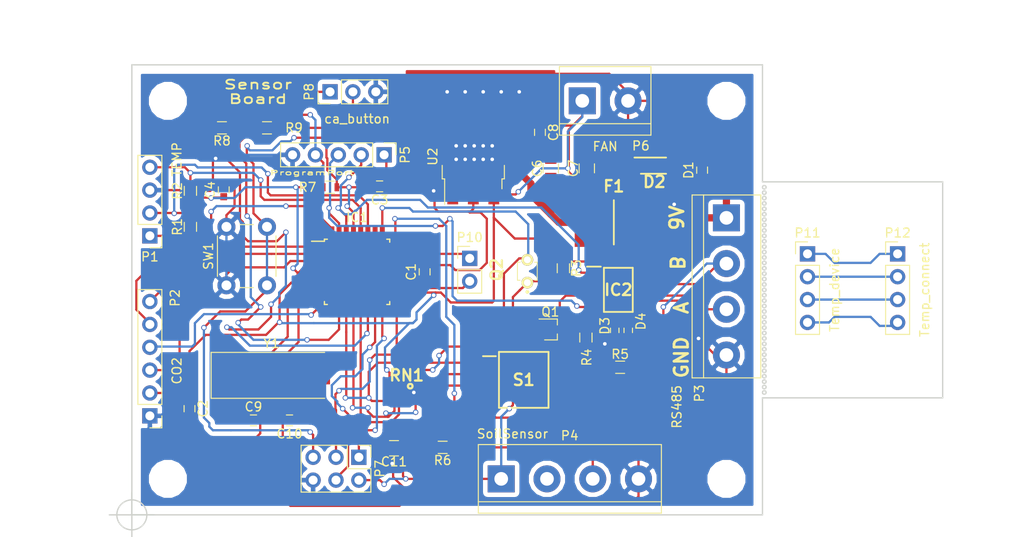
<source format=kicad_pcb>
(kicad_pcb (version 4) (host pcbnew 4.0.1-stable)
  (layers (0 F.Cu signal) (31 B.Cu signal) (34 B.Paste user) (35 F.Paste user) (36 B.SilkS user) (37 F.SilkS user) (38 B.Mask user) (39 F.Mask user) (44 Edge.Cuts user))
  (net 0 "")
  (net 1 GND)
  (net 2 "Net-(C1-Pad1)")
  (net 3 +5V)
  (net 4 /RESET)
  (net 5 /DTR)
  (net 6 "Net-(C6-Pad1)")
  (net 7 /XTAL1)
  (net 8 /XTAL2)
  (net 9 /9V)
  (net 10 /R_B)
  (net 11 /R_A)
  (net 12 /RX)
  (net 13 "Net-(IC2-Pad2)")
  (net 14 /TX)
  (net 15 /SDA)
  (net 16 /SCL)
  (net 17 /S_TX)
  (net 18 /S_RX)
  (net 19 /ACDL)
  (net 20 /MCDL)
  (net 21 "Net-(P4-Pad2)")
  (net 22 "Net-(P4-Pad3)")
  (net 23 /D8)
  (net 24 /D9)
  (net 25 "Net-(IC1-Pad15)")
  (net 26 "Net-(IC1-Pad16)")
  (net 27 "Net-(IC1-Pad17)")
  (net 28 "Net-(IC1-Pad23)")
  (net 29 /A1)
  (net 30 /A2)
  (net 31 "Net-(IC1-Pad26)")
  (net 32 /D7)
  (net 33 "Net-(IC1-Pad22)")
  (net 34 "Net-(IC1-Pad19)")
  (net 35 "Net-(Q1-Pad2)")
  (net 36 "Net-(R5-Pad1)")
  (net 37 "Net-(P11-Pad1)")
  (net 38 "Net-(P11-Pad2)")
  (net 39 "Net-(P11-Pad3)")
  (net 40 "Net-(P11-Pad4)")
  (net 41 /SW)
  (net 42 /LED)
  (net 43 "Net-(P8-Pad1)")
  (module Mounting_Holes:MountingHole_3.2mm_M3 (layer F.Cu) (at 140 67)
    (fp_text reference REF**)
    (fp_text value MountingHole_3.2mm_M3)
    (pad 1 np_thru_hole circle (at 0 0) (size 3.2 3.2) (drill 3.2) (layers *.Cu *.Mask))
  )
  (module Mounting_Holes:MountingHole_3.2mm_M3 (layer F.Cu) (at 140 83)
    (fp_text reference REF**)
    (fp_text value MountingHole_3.2mm_M3)
    (pad 1 np_thru_hole circle (at 0 0) (size 3.2 3.2) (drill 3.2) (layers *.Cu *.Mask))
  )
  (module Mounting_Holes:MountingHole_3.2mm_M3 (layer F.Cu) (at 126 54)
    (fp_text reference REF**)
    (fp_text value MountingHole_3.2mm_M3)
    (pad 1 np_thru_hole circle (at 0 0) (size 3.2 3.2) (drill 3.2) (layers *.Cu *.Mask))
  )
  (module Mounting_Holes:MountingHole_3.2mm_M3 (layer F.Cu) (at 64 54)
    (fp_text reference REF**)
    (fp_text value MountingHole_3.2mm_M3)
    (pad 1 np_thru_hole circle (at 0 0) (size 3.2 3.2) (drill 3.2) (layers *.Cu *.Mask))
  )
  (module Mounting_Holes:MountingHole_3.2mm_M3 (layer F.Cu) (at 64 96)
    (fp_text reference REF**)
    (fp_text value MountingHole_3.2mm_M3)
    (pad 1 np_thru_hole circle (at 0 0) (size 3.2 3.2) (drill 3.2) (layers *.Cu *.Mask))
  )
  (module Capacitors_SMD:C_0603 (layer F.Cu) (at 92.5 73 90)
    (fp_text reference C1 (at 0 -1.5 90) (layer F.SilkS))
    (fp_text value 0.1uF)
    (pad 2 smd rect (at 0.75 0 90) (size 0.8 0.75) (layers F.Cu F.Paste F.Mask) (net 1 GND))
    (pad 1 smd rect (at -0.75 0 90) (size 0.8 0.75) (layers F.Cu F.Paste F.Mask) (net 2 "Net-(C1-Pad1)"))
  )
  (module Capacitors_SMD:C_0603 (layer F.Cu) (at 66.4 88.2 270)
    (fp_text reference C2 (at 0 -1.5 270) (layer F.SilkS))
    (fp_text value 0.1uF)
    (pad 2 smd rect (at 0.75 0 270) (size 0.8 0.75) (layers F.Cu F.Paste F.Mask) (net 1 GND))
    (pad 1 smd rect (at -0.75 0 270) (size 0.8 0.75) (layers F.Cu F.Paste F.Mask) (net 3 +5V))
  )
  (module Capacitors_SMD:C_0603 (layer F.Cu) (at 87.5 63.5 180)
    (fp_text reference C3 (at 0 -1.5 180) (layer F.SilkS))
    (fp_text value 0.1uF)
    (pad 2 smd rect (at 0.75 0 180) (size 0.8 0.75) (layers F.Cu F.Paste F.Mask) (net 4 /RESET))
    (pad 1 smd rect (at -0.75 0 180) (size 0.8 0.75) (layers F.Cu F.Paste F.Mask) (net 5 /DTR))
  )
  (module Capacitors_SMD:C_0603 (layer F.Cu) (at 70.2 63.9 90)
    (fp_text reference C4 (at 0 -1.5 90) (layer F.SilkS))
    (fp_text value 0.1uF)
    (pad 2 smd rect (at 0.75 0 90) (size 0.8 0.75) (layers F.Cu F.Paste F.Mask) (net 1 GND))
    (pad 1 smd rect (at -0.75 0 90) (size 0.8 0.75) (layers F.Cu F.Paste F.Mask) (net 3 +5V))
  )
  (module Capacitors_SMD:C_0805 (layer F.Cu) (at 106.5 61.5 90)
    (fp_text reference C6 (at 0 -1.5 90) (layer F.SilkS))
    (fp_text value 10uF)
    (pad 1 smd rect (at -1 0 90) (size 1 1.25) (layers F.Cu F.Paste F.Mask) (net 6 "Net-(C6-Pad1)"))
    (pad 2 smd rect (at 1 0 90) (size 1 1.25) (layers F.Cu F.Paste F.Mask) (net 1 GND))
  )
  (module Capacitors_SMD:C_0805 (layer F.Cu) (at 110.5 61.5 90)
    (fp_text reference C7 (at 0 -1.5 90) (layer F.SilkS))
    (fp_text value 10uF)
    (pad 1 smd rect (at -1 0 90) (size 1 1.25) (layers F.Cu F.Paste F.Mask) (net 3 +5V))
    (pad 2 smd rect (at 1 0 90) (size 1 1.25) (layers F.Cu F.Paste F.Mask) (net 1 GND))
  )
  (module Capacitors_SMD:C_0603 (layer F.Cu) (at 105.3 57.5 270)
    (fp_text reference C8 (at 0 -1.5 270) (layer F.SilkS))
    (fp_text value 0.1uF)
    (pad 2 smd rect (at 0.75 0 270) (size 0.8 0.75) (layers F.Cu F.Paste F.Mask) (net 1 GND))
    (pad 1 smd rect (at -0.75 0 270) (size 0.8 0.75) (layers F.Cu F.Paste F.Mask) (net 3 +5V))
  )
  (module Capacitors_SMD:C_0603 (layer F.Cu) (at 73.5 89.5)
    (fp_text reference C9 (at 0 -1.5) (layer F.SilkS))
    (fp_text value 22pF)
    (pad 2 smd rect (at 0.75 0) (size 0.8 0.75) (layers F.Cu F.Paste F.Mask) (net 1 GND))
    (pad 1 smd rect (at -0.75 0) (size 0.8 0.75) (layers F.Cu F.Paste F.Mask) (net 7 /XTAL1))
  )
  (module Capacitors_SMD:C_0603 (layer F.Cu) (at 77.5 89.5 180)
    (fp_text reference C10 (at 0 -1.5 180) (layer F.SilkS))
    (fp_text value 22pF)
    (pad 2 smd rect (at 0.75 0 180) (size 0.8 0.75) (layers F.Cu F.Paste F.Mask) (net 1 GND))
    (pad 1 smd rect (at -0.75 0 180) (size 0.8 0.75) (layers F.Cu F.Paste F.Mask) (net 8 /XTAL2))
  )
  (module Capacitors_SMD:C_0805 (layer F.Cu) (at 89.1 92.6 180)
    (fp_text reference C11 (at 0 -1.5 180) (layer F.SilkS))
    (fp_text value 10uF)
    (pad 1 smd rect (at -1 0 180) (size 1 1.25) (layers F.Cu F.Paste F.Mask) (net 3 +5V))
    (pad 2 smd rect (at 1 0 180) (size 1 1.25) (layers F.Cu F.Paste F.Mask) (net 1 GND))
  )
  (module Capacitors_SMD:C_0603 (layer F.Cu) (at 123.3 61.7 90)
    (fp_text reference D1 (at 0 -1.5 90) (layer F.SilkS))
    (fp_text value VCAS06AP182R0LAT1A)
    (pad 2 smd rect (at 0.75 0 90) (size 0.8 0.75) (layers F.Cu F.Paste F.Mask) (net 1 GND))
    (pad 1 smd rect (at -0.75 0 90) (size 0.8 0.75) (layers F.Cu F.Paste F.Mask) (net 9 /9V))
  )
  (module SamacSys_Parts:SODFL3618X143N (layer F.Cu) (at 117.9 61.2)
    (fp_text reference D2 (at 0.1 1.8) (layer F.SilkS) (effects (font (size 1.27 1.27) (thickness 0.254))))
    (fp_text value ES1DL_R2 hide)
    (pad 1 smd rect (at -1.55 0 90) (size 1.22 1.12) (layers F.Cu F.Paste F.Mask) (net 3 +5V))
    (pad 2 smd rect (at 1.55 0 90) (size 1.22 1.12) (layers F.Cu F.Paste F.Mask) (net 1 GND))
  )
  (module Capacitors_SMD:C_0402 (layer F.Cu) (at 113.6 79.5 270)
    (fp_text reference D3 (at -0.5 1.1 270) (layer F.SilkS))
    (fp_text value AVR-M1005C080MTACB)
    (pad 1 smd rect (at -0.55 0 270) (size 0.6 0.5) (layers F.Cu F.Paste F.Mask) (net 10 /R_B))
    (pad 2 smd rect (at 0.55 0 270) (size 0.6 0.5) (layers F.Cu F.Paste F.Mask) (net 1 GND))
  )
  (module Capacitors_SMD:C_0402 (layer F.Cu) (at 115.1 79.5 270)
    (fp_text reference D4 (at -1 -1.4 270) (layer F.SilkS))
    (fp_text value AVR-M1005C080MTACB)
    (pad 1 smd rect (at -0.55 0 270) (size 0.6 0.5) (layers F.Cu F.Paste F.Mask) (net 11 /R_A))
    (pad 2 smd rect (at 0.55 0 270) (size 0.6 0.5) (layers F.Cu F.Paste F.Mask) (net 1 GND))
  )
  (module SamacSys_Parts:FUSC7451X180N (layer F.Cu) (at 113.5 67.5 180)
    (fp_text reference F1 (at 0 4 180) (layer F.SilkS) (effects (font (size 1.27 1.27) (thickness 0.254))))
    (fp_text value 2920L075_60MR hide)
    (pad 1 smd rect (at -2.89 0 180) (size 2.9 5.45) (layers F.Cu F.Paste F.Mask) (net 9 /9V))
    (pad 2 smd rect (at 2.89 0 180) (size 2.9 5.45) (layers F.Cu F.Paste F.Mask) (net 6 "Net-(C6-Pad1)"))
  )
  (module SamacSys_Parts:SOIC127P600X175-8N (layer F.Cu) (at 114 75)
    (fp_text reference IC2 (at 0 0) (layer F.SilkS) (effects (font (size 1.27 1.27) (thickness 0.254))))
    (fp_text value MAX485CSA+ hide)
    (pad 1 smd rect (at -2.712 -1.905 90) (size 0.65 1.525) (layers F.Cu F.Paste F.Mask) (net 12 /RX))
    (pad 2 smd rect (at -2.712 -0.635 90) (size 0.65 1.525) (layers F.Cu F.Paste F.Mask) (net 13 "Net-(IC2-Pad2)"))
    (pad 3 smd rect (at -2.712 0.635 90) (size 0.65 1.525) (layers F.Cu F.Paste F.Mask) (net 13 "Net-(IC2-Pad2)"))
    (pad 4 smd rect (at -2.712 1.905 90) (size 0.65 1.525) (layers F.Cu F.Paste F.Mask) (net 14 /TX))
    (pad 5 smd rect (at 2.712 1.905 90) (size 0.65 1.525) (layers F.Cu F.Paste F.Mask) (net 1 GND))
    (pad 6 smd rect (at 2.712 0.635 90) (size 0.65 1.525) (layers F.Cu F.Paste F.Mask) (net 11 /R_A))
    (pad 7 smd rect (at 2.712 -0.635 90) (size 0.65 1.525) (layers F.Cu F.Paste F.Mask) (net 10 /R_B))
    (pad 8 smd rect (at 2.712 -1.905 90) (size 0.65 1.525) (layers F.Cu F.Paste F.Mask) (net 3 +5V))
  )
  (module Pin_Headers:Pin_Header_Straight_1x04_Pitch2.54mm (layer F.Cu) (at 62 69 180)
    (fp_text reference P1 (at 0 -2.33 180) (layer F.SilkS))
    (fp_text value TEMP (at -3 8.5 270) (layer F.SilkS))
    (pad 1 thru_hole rect (at 0 0 180) (size 1.7 1.7) (drill 1) (layers *.Cu *.Mask) (net 3 +5V))
    (pad 2 thru_hole oval (at 0 2.54 180) (size 1.7 1.7) (drill 1) (layers *.Cu *.Mask) (net 15 /SDA))
    (pad 3 thru_hole oval (at 0 5.08 180) (size 1.7 1.7) (drill 1) (layers *.Cu *.Mask) (net 1 GND))
    (pad 4 thru_hole oval (at 0 7.62 180) (size 1.7 1.7) (drill 1) (layers *.Cu *.Mask) (net 16 /SCL))
  )
  (module Pin_Headers:Pin_Header_Straight_1x06_Pitch2.54mm (layer F.Cu) (at 62 89 180)
    (fp_text reference P2 (at -2.8 13.1 270) (layer F.SilkS))
    (fp_text value CO2 (at -3 5 270) (layer F.SilkS))
    (pad 1 thru_hole rect (at 0 0 180) (size 1.7 1.7) (drill 1) (layers *.Cu *.Mask) (net 1 GND))
    (pad 2 thru_hole oval (at 0 2.54 180) (size 1.7 1.7) (drill 1) (layers *.Cu *.Mask) (net 3 +5V))
    (pad 3 thru_hole oval (at 0 5.08 180) (size 1.7 1.7) (drill 1) (layers *.Cu *.Mask) (net 17 /S_TX))
    (pad 4 thru_hole oval (at 0 7.62 180) (size 1.7 1.7) (drill 1) (layers *.Cu *.Mask) (net 18 /S_RX))
    (pad 5 thru_hole oval (at 0 10.16 180) (size 1.7 1.7) (drill 1) (layers *.Cu *.Mask) (net 19 /ACDL))
    (pad 6 thru_hole oval (at 0 12.7 180) (size 1.7 1.7) (drill 1) (layers *.Cu *.Mask) (net 20 /MCDL))
  )
  (module Terminal_Blocks:TerminalBlock_bornier-4_P5.08mm (layer F.Cu) (at 126 67 270)
    (fp_text reference P3 (at 19.5 3 270) (layer F.SilkS))
    (fp_text value RS485 (at 21 5.5 270) (layer F.SilkS))
    (pad 2 thru_hole circle (at 5.08 0 270) (size 3 3) (drill 1.52) (layers *.Cu *.Mask) (net 10 /R_B))
    (pad 3 thru_hole circle (at 10.16 0 270) (size 3 3) (drill 1.52) (layers *.Cu *.Mask) (net 11 /R_A))
    (pad 1 thru_hole rect (at 0 0 270) (size 3 3) (drill 1.52) (layers *.Cu *.Mask) (net 9 /9V))
    (pad 4 thru_hole circle (at 15.24 0 270) (size 3 3) (drill 1.52) (layers *.Cu *.Mask) (net 1 GND))
  )
  (module Terminal_Blocks:TerminalBlock_bornier-4_P5.08mm (layer F.Cu) (at 101 96)
    (fp_text reference P4 (at 7.6 -4.8) (layer F.SilkS))
    (fp_text value SoilSensor (at 1.25 -5) (layer F.SilkS))
    (pad 2 thru_hole circle (at 5.08 0) (size 3 3) (drill 1.52) (layers *.Cu *.Mask) (net 21 "Net-(P4-Pad2)"))
    (pad 3 thru_hole circle (at 10.16 0) (size 3 3) (drill 1.52) (layers *.Cu *.Mask) (net 22 "Net-(P4-Pad3)"))
    (pad 1 thru_hole rect (at 0 0) (size 3 3) (drill 1.52) (layers *.Cu *.Mask) (net 3 +5V))
    (pad 4 thru_hole circle (at 15.24 0) (size 3 3) (drill 1.52) (layers *.Cu *.Mask) (net 1 GND))
  )
  (module Pin_Headers:Pin_Header_Straight_1x05_Pitch2.54mm (layer F.Cu) (at 88 60 270)
    (fp_text reference P5 (at 0 -2.33 270) (layer F.SilkS))
    (fp_text value ProgramPort (at 2 8 360) (layer F.SilkS) (effects (font (size 0.5 1) (thickness 0.125))))
    (pad 1 thru_hole rect (at 0 0 270) (size 1.7 1.7) (drill 1) (layers *.Cu *.Mask) (net 5 /DTR))
    (pad 2 thru_hole oval (at 0 2.54 270) (size 1.7 1.7) (drill 1) (layers *.Cu *.Mask) (net 12 /RX))
    (pad 3 thru_hole oval (at 0 5.08 270) (size 1.7 1.7) (drill 1) (layers *.Cu *.Mask) (net 14 /TX))
    (pad 4 thru_hole oval (at 0 7.62 270) (size 1.7 1.7) (drill 1) (layers *.Cu *.Mask) (net 3 +5V))
    (pad 5 thru_hole oval (at 0 10.16 270) (size 1.7 1.7) (drill 1) (layers *.Cu *.Mask) (net 1 GND))
  )
  (module Terminal_Blocks:TerminalBlock_bornier-2_P5.08mm (layer F.Cu) (at 110 54)
    (fp_text reference P6 (at 6.5 5) (layer F.SilkS))
    (fp_text value FAN (at 2.54 5.08) (layer F.SilkS))
    (pad 1 thru_hole rect (at 0 0) (size 3 3) (drill 1.52) (layers *.Cu *.Mask) (net 3 +5V))
    (pad 2 thru_hole circle (at 5.08 0) (size 3 3) (drill 1.52) (layers *.Cu *.Mask) (net 1 GND))
  )
  (module Pin_Headers:Pin_Header_Straight_1x02_Pitch2.54mm (layer F.Cu) (at 97.5 71.5)
    (fp_text reference P10 (at 0 -2.33) (layer F.SilkS))
    (fp_text value ADC)
    (pad 1 thru_hole rect (at 0 0) (size 1.7 1.7) (drill 1) (layers *.Cu *.Mask) (net 33 "Net-(IC1-Pad22)"))
    (pad 2 thru_hole oval (at 0 2.54) (size 1.7 1.7) (drill 1) (layers *.Cu *.Mask) (net 34 "Net-(IC1-Pad19)"))
  )
  (module TO_SOT_Packages_SMD:SOT-323_SC-70 (layer F.Cu) (at 106.5 79.4)
    (fp_text reference Q1 (at -0.05 -1.95) (layer F.SilkS))
    (fp_text value 2SC4081T106Q)
    (pad 1 smd rect (at -1 -0.65 270) (size 0.45 0.7) (layers F.Cu F.Paste F.Mask) (net 1 GND))
    (pad 2 smd rect (at -1 0.65 270) (size 0.45 0.7) (layers F.Cu F.Paste F.Mask) (net 35 "Net-(Q1-Pad2)"))
    (pad 3 smd rect (at 1 0 270) (size 0.45 0.7) (layers F.Cu F.Paste F.Mask) (net 13 "Net-(IC2-Pad2)"))
  )
  (module Resistors_SMD:R_0603 (layer F.Cu) (at 66.5 68 90)
    (fp_text reference R1 (at 0 -1.45 90) (layer F.SilkS))
    (fp_text value 10k)
    (pad 1 smd rect (at -0.75 0 90) (size 0.5 0.9) (layers F.Cu F.Paste F.Mask) (net 3 +5V))
    (pad 2 smd rect (at 0.75 0 90) (size 0.5 0.9) (layers F.Cu F.Paste F.Mask) (net 15 /SDA))
  )
  (module Resistors_SMD:R_0603 (layer F.Cu) (at 66.5 64 90)
    (fp_text reference R2 (at 0 -1.45 90) (layer F.SilkS))
    (fp_text value 10k)
    (pad 1 smd rect (at -0.75 0 90) (size 0.5 0.9) (layers F.Cu F.Paste F.Mask) (net 3 +5V))
    (pad 2 smd rect (at 0.75 0 90) (size 0.5 0.9) (layers F.Cu F.Paste F.Mask) (net 16 /SCL))
  )
  (module Resistors_SMD:R_0603 (layer F.Cu) (at 107.9 72.6 270)
    (fp_text reference R3 (at 0 -1.45 270) (layer F.SilkS))
    (fp_text value 10k)
    (pad 1 smd rect (at -0.75 0 270) (size 0.5 0.9) (layers F.Cu F.Paste F.Mask) (net 3 +5V))
    (pad 2 smd rect (at 0.75 0 270) (size 0.5 0.9) (layers F.Cu F.Paste F.Mask) (net 13 "Net-(IC2-Pad2)"))
  )
  (module Resistors_SMD:R_0603 (layer F.Cu) (at 110.4 80.3 270)
    (fp_text reference R4 (at 2.2 -0.1 270) (layer F.SilkS))
    (fp_text value 4.7k)
    (pad 1 smd rect (at -0.75 0 270) (size 0.5 0.9) (layers F.Cu F.Paste F.Mask) (net 14 /TX))
    (pad 2 smd rect (at 0.75 0 270) (size 0.5 0.9) (layers F.Cu F.Paste F.Mask) (net 35 "Net-(Q1-Pad2)"))
  )
  (module Resistors_SMD:R_0603 (layer F.Cu) (at 114.2 83.6)
    (fp_text reference R5 (at 0 -1.45) (layer F.SilkS))
    (fp_text value 120)
    (pad 1 smd rect (at -0.75 0) (size 0.5 0.9) (layers F.Cu F.Paste F.Mask) (net 36 "Net-(R5-Pad1)"))
    (pad 2 smd rect (at 0.75 0) (size 0.5 0.9) (layers F.Cu F.Paste F.Mask) (net 10 /R_B))
  )
  (module Resistors_SMD:R_0603 (layer F.Cu) (at 94.5 92.5 180)
    (fp_text reference R6 (at 0 -1.45 180) (layer F.SilkS))
    (fp_text value 100)
    (pad 1 smd rect (at -0.75 0 180) (size 0.5 0.9) (layers F.Cu F.Paste F.Mask) (net 22 "Net-(P4-Pad3)"))
    (pad 2 smd rect (at 0.75 0 180) (size 0.5 0.9) (layers F.Cu F.Paste F.Mask) (net 29 /A1))
  )
  (module Resistors_SMD:R_0603 (layer F.Cu) (at 82 63.6)
    (fp_text reference R7 (at -2.5 0) (layer F.SilkS))
    (fp_text value 10k)
    (pad 1 smd rect (at -0.75 0) (size 0.5 0.9) (layers F.Cu F.Paste F.Mask) (net 3 +5V))
    (pad 2 smd rect (at 0.75 0) (size 0.5 0.9) (layers F.Cu F.Paste F.Mask) (net 4 /RESET))
  )
  (module SamacSys_Parts:RESCAX50P100X200X36-8N (layer F.Cu) (at 89.4 86.8 270)
    (fp_text reference RN1 (at -2.3 -1.1 360) (layer F.SilkS) (effects (font (size 1.27 1.27) (thickness 0.254))))
    (fp_text value MNR04M0ABJ103 hide)
    (pad 1 smd rect (at -0.55 -0.8) (size 0.4 0.6) (layers F.Cu F.Paste F.Mask) (net 30 /A2))
    (pad 2 smd rect (at -0.55 -0.25) (size 0.3 0.6) (layers F.Cu F.Paste F.Mask) (net 3 +5V))
    (pad 3 smd rect (at -0.55 0.25) (size 0.3 0.6) (layers F.Cu F.Paste F.Mask) (net 3 +5V))
    (pad 4 smd rect (at -0.55 0.8) (size 0.4 0.6) (layers F.Cu F.Paste F.Mask) (net 3 +5V))
    (pad 5 smd rect (at 0.55 0.8) (size 0.4 0.6) (layers F.Cu F.Paste F.Mask) (net 32 /D7))
    (pad 6 smd rect (at 0.55 0.25) (size 0.3 0.6) (layers F.Cu F.Paste F.Mask) (net 23 /D8))
    (pad 7 smd rect (at 0.55 -0.25) (size 0.3 0.6) (layers F.Cu F.Paste F.Mask) (net 24 /D9))
    (pad 8 smd rect (at 0.55 -0.8) (size 0.4 0.6) (layers F.Cu F.Paste F.Mask) (net 1 GND))
  )
  (module SamacSys_Parts:SOIC127P812X230-8N (layer F.Cu) (at 103.5 85)
    (fp_text reference S1 (at 0 0) (layer F.SilkS) (effects (font (size 1.27 1.27) (thickness 0.254))))
    (fp_text value KHS42E hide)
    (pad 1 smd rect (at -3.812 -1.905 90) (size 0.75 1.425) (layers F.Cu F.Paste F.Mask) (net 32 /D7))
    (pad 2 smd rect (at -3.812 -0.635 90) (size 0.75 1.425) (layers F.Cu F.Paste F.Mask) (net 23 /D8))
    (pad 3 smd rect (at -3.812 0.635 90) (size 0.75 1.425) (layers F.Cu F.Paste F.Mask) (net 24 /D9))
    (pad 4 smd rect (at -3.812 1.905 90) (size 0.75 1.425) (layers F.Cu F.Paste F.Mask) (net 36 "Net-(R5-Pad1)"))
    (pad 5 smd rect (at 3.812 1.905 90) (size 0.75 1.425) (layers F.Cu F.Paste F.Mask) (net 11 /R_A))
    (pad 6 smd rect (at 3.812 0.635 90) (size 0.75 1.425) (layers F.Cu F.Paste F.Mask) (net 1 GND))
    (pad 7 smd rect (at 3.812 -0.635 90) (size 0.75 1.425) (layers F.Cu F.Paste F.Mask) (net 1 GND))
    (pad 8 smd rect (at 3.812 -1.905 90) (size 0.75 1.425) (layers F.Cu F.Paste F.Mask) (net 1 GND))
  )
  (module Buttons_Switches_ThroughHole:SW_PUSH_6mm (layer F.Cu) (at 70.5 74.5 90)
    (fp_text reference SW1 (at 3.25 -2 90) (layer F.SilkS))
    (fp_text value P-03647)
    (pad 2 thru_hole circle (at 0 4.5 180) (size 2 2) (drill 1.1) (layers *.Cu *.Mask) (net 4 /RESET))
    (pad 1 thru_hole circle (at 0 0 180) (size 2 2) (drill 1.1) (layers *.Cu *.Mask) (net 1 GND))
    (pad 2 thru_hole circle (at 6.5 4.5 180) (size 2 2) (drill 1.1) (layers *.Cu *.Mask) (net 4 /RESET))
    (pad 1 thru_hole circle (at 6.5 0 180) (size 2 2) (drill 1.1) (layers *.Cu *.Mask) (net 1 GND))
  )
  (module Crystals:Crystal_SMD_HC49-SD (layer F.Cu) (at 75.5 84.5)
    (fp_text reference Y1 (at 0 -3.55) (layer F.SilkS))
    (fp_text value 16MHz)
    (pad 1 smd rect (at -4.25 0) (size 4.5 2) (layers F.Cu F.Paste F.Mask) (net 7 /XTAL1))
    (pad 2 smd rect (at 4.25 0) (size 4.5 2) (layers F.Cu F.Paste F.Mask) (net 8 /XTAL2))
  )
  (module Housings_QFP:TQFP-32_7x7mm_Pitch0.8mm (layer F.Cu) (at 85 73)
    (fp_text reference IC1 (at 0 -6.05) (layer F.SilkS))
    (fp_text value ATMEGA328P-A)
    (pad 1 smd rect (at -4.25 -2.8) (size 1.6 0.55) (layers F.Cu F.Paste F.Mask) (net 20 /MCDL))
    (pad 2 smd rect (at -4.25 -2) (size 1.6 0.55) (layers F.Cu F.Paste F.Mask) (net 17 /S_TX))
    (pad 3 smd rect (at -4.25 -1.2) (size 1.6 0.55) (layers F.Cu F.Paste F.Mask) (net 1 GND))
    (pad 4 smd rect (at -4.25 -0.4) (size 1.6 0.55) (layers F.Cu F.Paste F.Mask) (net 3 +5V))
    (pad 5 smd rect (at -4.25 0.4) (size 1.6 0.55) (layers F.Cu F.Paste F.Mask) (net 1 GND))
    (pad 6 smd rect (at -4.25 1.2) (size 1.6 0.55) (layers F.Cu F.Paste F.Mask) (net 3 +5V))
    (pad 7 smd rect (at -4.25 2) (size 1.6 0.55) (layers F.Cu F.Paste F.Mask) (net 7 /XTAL1))
    (pad 8 smd rect (at -4.25 2.8) (size 1.6 0.55) (layers F.Cu F.Paste F.Mask) (net 8 /XTAL2))
    (pad 9 smd rect (at -2.8 4.25 90) (size 1.6 0.55) (layers F.Cu F.Paste F.Mask) (net 18 /S_RX))
    (pad 10 smd rect (at -2 4.25 90) (size 1.6 0.55) (layers F.Cu F.Paste F.Mask) (net 41 /SW))
    (pad 11 smd rect (at -1.2 4.25 90) (size 1.6 0.55) (layers F.Cu F.Paste F.Mask) (net 32 /D7))
    (pad 12 smd rect (at -0.4 4.25 90) (size 1.6 0.55) (layers F.Cu F.Paste F.Mask) (net 23 /D8))
    (pad 13 smd rect (at 0.4 4.25 90) (size 1.6 0.55) (layers F.Cu F.Paste F.Mask) (net 24 /D9))
    (pad 14 smd rect (at 1.2 4.25 90) (size 1.6 0.55) (layers F.Cu F.Paste F.Mask) (net 42 /LED))
    (pad 15 smd rect (at 2 4.25 90) (size 1.6 0.55) (layers F.Cu F.Paste F.Mask) (net 25 "Net-(IC1-Pad15)"))
    (pad 16 smd rect (at 2.8 4.25 90) (size 1.6 0.55) (layers F.Cu F.Paste F.Mask) (net 26 "Net-(IC1-Pad16)"))
    (pad 17 smd rect (at 4.25 2.8) (size 1.6 0.55) (layers F.Cu F.Paste F.Mask) (net 27 "Net-(IC1-Pad17)"))
    (pad 18 smd rect (at 4.25 2) (size 1.6 0.55) (layers F.Cu F.Paste F.Mask) (net 3 +5V))
    (pad 19 smd rect (at 4.25 1.2) (size 1.6 0.55) (layers F.Cu F.Paste F.Mask) (net 34 "Net-(IC1-Pad19)"))
    (pad 20 smd rect (at 4.25 0.4) (size 1.6 0.55) (layers F.Cu F.Paste F.Mask) (net 2 "Net-(C1-Pad1)"))
    (pad 21 smd rect (at 4.25 -0.4) (size 1.6 0.55) (layers F.Cu F.Paste F.Mask) (net 1 GND))
    (pad 22 smd rect (at 4.25 -1.2) (size 1.6 0.55) (layers F.Cu F.Paste F.Mask) (net 33 "Net-(IC1-Pad22)"))
    (pad 23 smd rect (at 4.25 -2) (size 1.6 0.55) (layers F.Cu F.Paste F.Mask) (net 28 "Net-(IC1-Pad23)"))
    (pad 24 smd rect (at 4.25 -2.8) (size 1.6 0.55) (layers F.Cu F.Paste F.Mask) (net 29 /A1))
    (pad 25 smd rect (at 2.8 -4.25 90) (size 1.6 0.55) (layers F.Cu F.Paste F.Mask) (net 30 /A2))
    (pad 26 smd rect (at 2 -4.25 90) (size 1.6 0.55) (layers F.Cu F.Paste F.Mask) (net 31 "Net-(IC1-Pad26)"))
    (pad 27 smd rect (at 1.2 -4.25 90) (size 1.6 0.55) (layers F.Cu F.Paste F.Mask) (net 15 /SDA))
    (pad 28 smd rect (at 0.4 -4.25 90) (size 1.6 0.55) (layers F.Cu F.Paste F.Mask) (net 16 /SCL))
    (pad 29 smd rect (at -0.4 -4.25 90) (size 1.6 0.55) (layers F.Cu F.Paste F.Mask) (net 4 /RESET))
    (pad 30 smd rect (at -1.2 -4.25 90) (size 1.6 0.55) (layers F.Cu F.Paste F.Mask) (net 12 /RX))
    (pad 31 smd rect (at -2 -4.25 90) (size 1.6 0.55) (layers F.Cu F.Paste F.Mask) (net 14 /TX))
    (pad 32 smd rect (at -2.8 -4.25 90) (size 1.6 0.55) (layers F.Cu F.Paste F.Mask) (net 19 /ACDL))
  )
  (module Mounting_Holes:MountingHole_3.2mm_M3 (layer F.Cu) (at 126 96)
    (fp_text reference REF**)
    (fp_text value MountingHole_3.2mm_M3)
    (pad 1 np_thru_hole circle (at 0 0) (size 3.2 3.2) (drill 3.2) (layers *.Cu *.Mask))
  )
  (module TO_SOT_Packages_SMD:TO-252-3_TabPin2 (layer F.Cu) (at 97.9 60.2 90)
    (fp_text reference U2 (at 0 -4.5 90) (layer F.SilkS))
    (fp_text value NJM7805SDL1)
    (pad 1 smd rect (at -4.2 -2.28 90) (size 2.2 1.2) (layers F.Cu F.Paste F.Mask) (net 6 "Net-(C6-Pad1)"))
    (pad 2 smd rect (at -4.2 0 90) (size 2.2 1.2) (layers F.Cu F.Paste F.Mask) (net 1 GND))
    (pad 3 smd rect (at -4.2 2.28 90) (size 2.2 1.2) (layers F.Cu F.Paste F.Mask) (net 3 +5V))
    (pad 2 smd rect (at 2.1 0 90) (size 6.4 5.8) (layers F.Cu F.Mask) (net 1 GND))
    (pad 2 smd rect (at 3.775 1.525 90) (size 3.05 2.75) (layers F.Cu F.Paste) (net 1 GND))
    (pad 2 smd rect (at 0.425 -1.525 90) (size 3.05 2.75) (layers F.Cu F.Paste) (net 1 GND))
    (pad 2 smd rect (at 3.775 -1.525 90) (size 3.05 2.75) (layers F.Cu F.Paste) (net 1 GND))
    (pad 2 smd rect (at 0.425 1.525 90) (size 3.05 2.75) (layers F.Cu F.Paste) (net 1 GND))
  )
  (module SamacSys_Parts:BPX81 (layer F.Cu) (at 103.9 74.2 90)
    (fp_text reference Q2 (at 1.45 -3.4 90) (layer F.SilkS) (effects (font (size 1.27 1.27) (thickness 0.254))))
    (fp_text value BPX_81 hide)
    (pad 1 thru_hole circle (at 0 0 180) (size 1.303 1.303) (drill 0.76) (layers *.Cu *.Mask F.SilkS) (net 3 +5V))
    (pad 2 thru_hole circle (at 2.54 0 180) (size 1.303 1.303) (drill 0.76) (layers *.Cu *.Mask F.SilkS) (net 30 /A2))
  )
  (module Pin_Headers:Pin_Header_Straight_1x04_Pitch2.54mm (layer F.Cu) (at 135 71)
    (fp_text reference P11 (at 0 -2.33) (layer F.SilkS))
    (fp_text value Temp_device (at 3 4 90) (layer F.SilkS))
    (pad 1 thru_hole rect (at 0 0) (size 1.7 1.7) (drill 1) (layers *.Cu *.Mask) (net 37 "Net-(P11-Pad1)"))
    (pad 2 thru_hole oval (at 0 2.54) (size 1.7 1.7) (drill 1) (layers *.Cu *.Mask) (net 38 "Net-(P11-Pad2)"))
    (pad 3 thru_hole oval (at 0 5.08) (size 1.7 1.7) (drill 1) (layers *.Cu *.Mask) (net 39 "Net-(P11-Pad3)"))
    (pad 4 thru_hole oval (at 0 7.62) (size 1.7 1.7) (drill 1) (layers *.Cu *.Mask) (net 40 "Net-(P11-Pad4)"))
  )
  (module Pin_Headers:Pin_Header_Straight_1x04_Pitch2.54mm (layer F.Cu) (at 145 71)
    (fp_text reference P12 (at 0 -2.33) (layer F.SilkS))
    (fp_text value Temp_connect (at 3 4 90) (layer F.SilkS))
    (pad 1 thru_hole rect (at 0 0) (size 1.7 1.7) (drill 1) (layers *.Cu *.Mask) (net 37 "Net-(P11-Pad1)"))
    (pad 2 thru_hole oval (at 0 2.54) (size 1.7 1.7) (drill 1) (layers *.Cu *.Mask) (net 38 "Net-(P11-Pad2)"))
    (pad 3 thru_hole oval (at 0 5.08) (size 1.7 1.7) (drill 1) (layers *.Cu *.Mask) (net 39 "Net-(P11-Pad3)"))
    (pad 4 thru_hole oval (at 0 7.62) (size 1.7 1.7) (drill 1) (layers *.Cu *.Mask) (net 40 "Net-(P11-Pad4)"))
  )
  (module Pin_Headers:Pin_Header_Straight_2x03_Pitch2.54mm (layer F.Cu) (at 85.2 93.6 270)
    (fp_text reference P7 (at 1.27 -2.33 270) (layer F.SilkS))
    (fp_text value ICSP)
    (pad 1 thru_hole rect (at 0 0 270) (size 1.7 1.7) (drill 1) (layers *.Cu *.Mask) (net 26 "Net-(IC1-Pad16)"))
    (pad 2 thru_hole oval (at 2.54 0 270) (size 1.7 1.7) (drill 1) (layers *.Cu *.Mask) (net 3 +5V))
    (pad 3 thru_hole oval (at 0 2.54 270) (size 1.7 1.7) (drill 1) (layers *.Cu *.Mask) (net 27 "Net-(IC1-Pad17)"))
    (pad 4 thru_hole oval (at 2.54 2.54 270) (size 1.7 1.7) (drill 1) (layers *.Cu *.Mask) (net 25 "Net-(IC1-Pad15)"))
    (pad 5 thru_hole oval (at 0 5.08 270) (size 1.7 1.7) (drill 1) (layers *.Cu *.Mask) (net 4 /RESET))
    (pad 6 thru_hole oval (at 2.54 5.08 270) (size 1.7 1.7) (drill 1) (layers *.Cu *.Mask) (net 1 GND))
  )
  (module Pin_Headers:Pin_Header_Straight_1x03_Pitch2.54mm (layer F.Cu) (at 82 53 90)
    (fp_text reference P8 (at 0 -2.33 90) (layer F.SilkS))
    (fp_text value ca_button (at -3 3 180) (layer F.SilkS))
    (pad 1 thru_hole rect (at 0 0 90) (size 1.7 1.7) (drill 1) (layers *.Cu *.Mask) (net 43 "Net-(P8-Pad1)"))
    (pad 2 thru_hole oval (at 0 2.54 90) (size 1.7 1.7) (drill 1) (layers *.Cu *.Mask) (net 41 /SW))
    (pad 3 thru_hole oval (at 0 5.08 90) (size 1.7 1.7) (drill 1) (layers *.Cu *.Mask) (net 1 GND))
  )
  (module Resistors_SMD:R_0603 (layer F.Cu) (at 70 57 180)
    (fp_text reference R8 (at 0 -1.45 180) (layer F.SilkS))
    (fp_text value 1k)
    (pad 1 smd rect (at -0.75 0 180) (size 0.5 0.9) (layers F.Cu F.Paste F.Mask) (net 43 "Net-(P8-Pad1)"))
    (pad 2 smd rect (at 0.75 0 180) (size 0.5 0.9) (layers F.Cu F.Paste F.Mask) (net 42 /LED))
  )
  (module Resistors_SMD:R_0603 (layer F.Cu) (at 75 57)
    (fp_text reference R9 (at 3 0) (layer F.SilkS))
    (fp_text value 10k)
    (pad 1 smd rect (at -0.75 0) (size 0.5 0.9) (layers F.Cu F.Paste F.Mask) (net 3 +5V))
    (pad 2 smd rect (at 0.75 0) (size 0.5 0.9) (layers F.Cu F.Paste F.Mask) (net 41 /SW))
  )
  (target plus (at 60 100) (size 5) (width 0.15) (layer Edge.Cuts))
  (gr_text "Sensor\nBoard" (at 74 53) (layer F.SilkS) (effects (font (size 1 1.5) (thickness 0.2))))
  (gr_circle (center 130.2 86.4) (end 130.4 86.4) (layer Edge.Cuts) (width 0.15))
  (gr_circle (center 130.2 85.8) (end 130.4 85.8) (layer Edge.Cuts) (width 0.15))
  (gr_circle (center 130.2 85.2) (end 130.4 85.2) (layer Edge.Cuts) (width 0.15))
  (gr_circle (center 130.2 84.6) (end 130.4 84.6) (layer Edge.Cuts) (width 0.15))
  (gr_circle (center 130.2 84) (end 130.4 84) (layer Edge.Cuts) (width 0.15))
  (gr_circle (center 130.2 83.4) (end 130.4 83.4) (layer Edge.Cuts) (width 0.15))
  (gr_circle (center 130.2 82.8) (end 130.4 82.8) (layer Edge.Cuts) (width 0.15))
  (gr_circle (center 130.2 82.2) (end 130.4 82.2) (layer Edge.Cuts) (width 0.15))
  (gr_circle (center 130.2 81.6) (end 130.4 81.6) (layer Edge.Cuts) (width 0.15))
  (gr_circle (center 130.2 81) (end 130.4 81) (layer Edge.Cuts) (width 0.15))
  (gr_circle (center 130.2 80.4) (end 130.4 80.4) (layer Edge.Cuts) (width 0.15))
  (gr_circle (center 130.2 79.8) (end 130.4 79.8) (layer Edge.Cuts) (width 0.15))
  (gr_circle (center 130.2 79.2) (end 130.4 79.2) (layer Edge.Cuts) (width 0.15))
  (gr_circle (center 130.2 78.6) (end 130.4 78.6) (layer Edge.Cuts) (width 0.15))
  (gr_circle (center 130.2 78) (end 130.4 78) (layer Edge.Cuts) (width 0.15))
  (gr_circle (center 130.2 77.4) (end 130.4 77.4) (layer Edge.Cuts) (width 0.15))
  (gr_circle (center 130.2 76.8) (end 130.4 76.8) (layer Edge.Cuts) (width 0.15))
  (gr_circle (center 130.2 70.2) (end 130.4 70.2) (layer Edge.Cuts) (width 0.15))
  (gr_circle (center 130.2 70.8) (end 130.4 70.8) (layer Edge.Cuts) (width 0.15))
  (gr_circle (center 130.2 71.4) (end 130.4 71.4) (layer Edge.Cuts) (width 0.15))
  (gr_circle (center 130.2 72) (end 130.4 72) (layer Edge.Cuts) (width 0.15))
  (gr_circle (center 130.2 72.6) (end 130.4 72.6) (layer Edge.Cuts) (width 0.15))
  (gr_circle (center 130.2 73.2) (end 130.4 73.2) (layer Edge.Cuts) (width 0.15))
  (gr_circle (center 130.2 73.8) (end 130.4 73.8) (layer Edge.Cuts) (width 0.15))
  (gr_circle (center 130.2 74.4) (end 130.4 74.4) (layer Edge.Cuts) (width 0.15))
  (gr_circle (center 130.2 75) (end 130.4 75) (layer Edge.Cuts) (width 0.15))
  (gr_circle (center 130.2 75.6) (end 130.4 75.6) (layer Edge.Cuts) (width 0.15))
  (gr_circle (center 130.2 76.2) (end 130.4 76.2) (layer Edge.Cuts) (width 0.15))
  (gr_circle (center 130.2 69.6) (end 130.4 69.6) (layer Edge.Cuts) (width 0.15))
  (gr_circle (center 130.2 69) (end 130.4 69) (layer Edge.Cuts) (width 0.15))
  (gr_circle (center 130.2 68.4) (end 130.4 68.4) (layer Edge.Cuts) (width 0.15))
  (gr_circle (center 130.2 67.8) (end 130.4 67.8) (layer Edge.Cuts) (width 0.15))
  (gr_circle (center 130.2 67.2) (end 130.4 67.2) (layer Edge.Cuts) (width 0.15))
  (gr_circle (center 130.2 66.6) (end 130.4 66.6) (layer Edge.Cuts) (width 0.15))
  (gr_circle (center 130.2 66) (end 130.4 66) (layer Edge.Cuts) (width 0.15))
  (gr_circle (center 130.2 65.4) (end 130.4 65.4) (layer Edge.Cuts) (width 0.15))
  (gr_circle (center 130.2 64.8) (end 130.4 64.8) (layer Edge.Cuts) (width 0.15))
  (gr_circle (center 130.2 64.2) (end 130.4 64.2) (layer Edge.Cuts) (width 0.15))
  (gr_circle (center 130.2 63.6) (end 130.4 63.6) (layer Edge.Cuts) (width 0.15))
  (gr_line (start 130 63) (end 150 63) (angle 90) (layer Edge.Cuts) (width 0.15))
  (gr_line (start 130 63) (end 130 50) (angle 90) (layer Edge.Cuts) (width 0.15))
  (gr_line (start 130 87) (end 130 100) (angle 90) (layer Edge.Cuts) (width 0.15))
  (gr_line (start 150 87) (end 130 87) (angle 90) (layer Edge.Cuts) (width 0.15))
  (gr_line (start 150 63) (end 150 87) (angle 90) (layer Edge.Cuts) (width 0.15))
  (gr_text 9V (at 120.5 67 90) (layer F.SilkS) (effects (font (size 1.5 1.5) (thickness 0.3))))
  (gr_text B (at 120.5 72 270) (layer F.SilkS) (effects (font (size 1.5 1.5) (thickness 0.3)) (justify mirror)))
  (gr_text A (at 121 77 90) (layer F.SilkS) (effects (font (size 1.5 1.5) (thickness 0.3))))
  (gr_text GND (at 121 82.5 90) (layer F.SilkS) (effects (font (size 1.5 1.5) (thickness 0.3))))
  (gr_line (start 60 50) (end 60 100) (angle 90) (layer Edge.Cuts) (width 0.15))
  (gr_line (start 130 50) (end 60 50) (angle 90) (layer Edge.Cuts) (width 0.15))
  (gr_line (start 60 100) (end 130 100) (angle 90) (layer Edge.Cuts) (width 0.15))
  (segment (start 80.12 96.14) (end 77.86 96.14) (width 0.25) (layer F.Cu) (net 1))
  (segment (start 77.86 96.14) (end 77.4 96.6) (width 0.25) (layer F.Cu) (net 1))
  (segment (start 77.4 98.8) (end 77.6 99) (width 0.25) (layer F.Cu) (net 1))
  (segment (start 76.75 94.15) (end 77.4 94.8) (width 0.25) (layer F.Cu) (net 1))
  (segment (start 77.4 94.8) (end 77.4 96.6) (width 0.25) (layer F.Cu) (net 1))
  (segment (start 77.4 96.6) (end 77.4 98.8) (width 0.25) (layer F.Cu) (net 1))
  (segment (start 90.1 97.3) (end 90.1 98.6) (width 0.25) (layer F.Cu) (net 1))
  (segment (start 76.75 94.15) (end 76.75 89.5) (width 0.25) (layer F.Cu) (net 1))
  (segment (start 89.7 99) (end 90.1 98.6) (width 0.25) (layer F.Cu) (net 1))
  (segment (start 77.6 99) (end 89.7 99) (width 0.25) (layer F.Cu) (net 1))
  (segment (start 105.3 58.25) (end 103.25 58.25) (width 0.25) (layer F.Cu) (net 1))
  (segment (start 93.5 64) (end 93.6 64) (width 0.25) (layer F.Cu) (net 1))
  (via (at 93.5 64) (size 0.6) (drill 0.4) (layers F.Cu B.Cu) (net 1))
  (segment (start 93.5 59.5) (end 93.5 64) (width 0.25) (layer B.Cu) (net 1))
  (segment (start 94 59) (end 93.5 59.5) (width 0.25) (layer B.Cu) (net 1))
  (segment (start 94 58) (end 94 59) (width 0.25) (layer B.Cu) (net 1))
  (segment (start 94 54) (end 94 58) (width 0.25) (layer B.Cu) (net 1))
  (segment (start 95 53) (end 94 54) (width 0.25) (layer B.Cu) (net 1))
  (via (at 95 53) (size 0.6) (drill 0.4) (layers F.Cu B.Cu) (net 1))
  (segment (start 97 53) (end 95 53) (width 0.25) (layer F.Cu) (net 1))
  (via (at 97 53) (size 0.6) (drill 0.4) (layers F.Cu B.Cu) (net 1))
  (segment (start 99 53) (end 97 53) (width 0.25) (layer B.Cu) (net 1))
  (via (at 99 53) (size 0.6) (drill 0.4) (layers F.Cu B.Cu) (net 1))
  (segment (start 101 53) (end 99 53) (width 0.25) (layer F.Cu) (net 1))
  (via (at 101 53) (size 0.6) (drill 0.4) (layers F.Cu B.Cu) (net 1))
  (segment (start 103 53) (end 101 53) (width 0.25) (layer B.Cu) (net 1))
  (via (at 103 53) (size 0.6) (drill 0.4) (layers F.Cu B.Cu) (net 1))
  (segment (start 103 58) (end 103 53) (width 0.25) (layer F.Cu) (net 1))
  (segment (start 103.25 58.25) (end 103 58) (width 0.25) (layer F.Cu) (net 1))
  (segment (start 93.6 61.9) (end 93.6 58.63) (width 0.25) (layer F.Cu) (net 1))
  (segment (start 93.6 58.63) (end 94.13 58.1) (width 0.25) (layer F.Cu) (net 1))
  (segment (start 93.6 64) (end 93.6 61.9) (width 0.25) (layer F.Cu) (net 1))
  (segment (start 97.3 66.3) (end 94 66.3) (width 0.25) (layer F.Cu) (net 1))
  (segment (start 93.6 65.9) (end 93.6 64) (width 0.25) (layer F.Cu) (net 1))
  (segment (start 94 66.3) (end 93.6 65.9) (width 0.25) (layer F.Cu) (net 1))
  (segment (start 101.84 56.16) (end 99.84 56.16) (width 0.25) (layer F.Cu) (net 1))
  (segment (start 99.84 56.16) (end 97.9 58.1) (width 0.25) (layer F.Cu) (net 1))
  (segment (start 94.25 56.1) (end 95.9 56.1) (width 0.25) (layer F.Cu) (net 1))
  (segment (start 95.9 56.1) (end 97.9 58.1) (width 0.25) (layer F.Cu) (net 1))
  (segment (start 98.89 53.96) (end 98.89 57.11) (width 0.25) (layer F.Cu) (net 1))
  (segment (start 98.89 57.11) (end 97.9 58.1) (width 0.25) (layer F.Cu) (net 1))
  (segment (start 97.03 54.1) (end 97.03 57.23) (width 0.25) (layer F.Cu) (net 1))
  (segment (start 97.03 57.23) (end 97.9 58.1) (width 0.25) (layer F.Cu) (net 1))
  (segment (start 97.9 58.1) (end 94.13 58.1) (width 0.25) (layer F.Cu) (net 1))
  (segment (start 94.13 58.1) (end 94.09 58.06) (width 0.25) (layer F.Cu) (net 1))
  (via (at 100 59) (size 0.6) (drill 0.4) (layers F.Cu B.Cu) (net 1))
  (segment (start 100 59) (end 99.1 58.1) (width 0.25) (layer F.Cu) (net 1))
  (segment (start 99.1 58.1) (end 97.9 58.1) (width 0.25) (layer F.Cu) (net 1))
  (via (at 99 59) (size 0.6) (drill 0.4) (layers F.Cu B.Cu) (net 1))
  (segment (start 99 59) (end 98.1 58.1) (width 0.25) (layer F.Cu) (net 1))
  (segment (start 98.1 58.1) (end 97.9 58.1) (width 0.25) (layer F.Cu) (net 1))
  (via (at 98 59) (size 0.6) (drill 0.4) (layers F.Cu B.Cu) (net 1))
  (segment (start 98 59) (end 97.9 58.9) (width 0.25) (layer F.Cu) (net 1))
  (segment (start 97.9 58.9) (end 97.9 58.1) (width 0.25) (layer F.Cu) (net 1))
  (via (at 97 59) (size 0.6) (drill 0.4) (layers F.Cu B.Cu) (net 1))
  (segment (start 97 59) (end 97.9 58.1) (width 0.25) (layer F.Cu) (net 1))
  (via (at 96 59) (size 0.6) (drill 0.4) (layers F.Cu B.Cu) (net 1))
  (segment (start 96 59) (end 96.9 58.1) (width 0.25) (layer F.Cu) (net 1))
  (segment (start 96.9 58.1) (end 97.9 58.1) (width 0.25) (layer F.Cu) (net 1))
  (via (at 98 60.5) (size 0.6) (drill 0.4) (layers F.Cu B.Cu) (net 1))
  (segment (start 98 60.5) (end 97.9 60.4) (width 0.25) (layer F.Cu) (net 1))
  (segment (start 97.9 60.4) (end 97.9 58.1) (width 0.25) (layer F.Cu) (net 1))
  (via (at 97 60.5) (size 0.6) (drill 0.4) (layers F.Cu B.Cu) (net 1))
  (segment (start 97 60.5) (end 97.9 59.6) (width 0.25) (layer F.Cu) (net 1))
  (segment (start 97.9 59.6) (end 97.9 58.1) (width 0.25) (layer F.Cu) (net 1))
  (via (at 99 60.5) (size 0.6) (drill 0.4) (layers F.Cu B.Cu) (net 1))
  (segment (start 99 60.5) (end 97.9 59.4) (width 0.25) (layer F.Cu) (net 1))
  (segment (start 97.9 59.4) (end 97.9 58.1) (width 0.25) (layer F.Cu) (net 1))
  (via (at 100 60.5) (size 0.6) (drill 0.4) (layers F.Cu B.Cu) (net 1))
  (segment (start 100 60.5) (end 97.9 58.4) (width 0.25) (layer F.Cu) (net 1))
  (segment (start 97.9 58.4) (end 97.9 58.1) (width 0.25) (layer F.Cu) (net 1))
  (via (at 96 60.5) (size 0.6) (drill 0.4) (layers F.Cu B.Cu) (net 1))
  (segment (start 96 60.5) (end 97.9 58.6) (width 0.25) (layer F.Cu) (net 1))
  (segment (start 97.9 58.6) (end 97.9 58.1) (width 0.25) (layer F.Cu) (net 1))
  (segment (start 74.25 89.5) (end 74.25 90.95) (width 0.25) (layer F.Cu) (net 1))
  (segment (start 66.9 89.45) (end 66.4 88.95) (width 0.25) (layer F.Cu) (net 1))
  (segment (start 66.9 91.1) (end 66.9 89.45) (width 0.25) (layer F.Cu) (net 1))
  (segment (start 67.2 91.4) (end 66.9 91.1) (width 0.25) (layer F.Cu) (net 1))
  (segment (start 73.8 91.4) (end 67.2 91.4) (width 0.25) (layer F.Cu) (net 1))
  (segment (start 74.25 90.95) (end 73.8 91.4) (width 0.25) (layer F.Cu) (net 1))
  (segment (start 62 89) (end 66.35 89) (width 0.25) (layer F.Cu) (net 1))
  (segment (start 66.35 89) (end 66.4 88.95) (width 0.25) (layer F.Cu) (net 1))
  (segment (start 90.1 97.3) (end 97.3 97.3) (width 0.25) (layer F.Cu) (net 1))
  (segment (start 116.24 97.96) (end 116.24 96) (width 0.25) (layer F.Cu) (net 1))
  (segment (start 115.8 98.4) (end 116.24 97.96) (width 0.25) (layer F.Cu) (net 1))
  (segment (start 98.4 98.4) (end 115.8 98.4) (width 0.25) (layer F.Cu) (net 1))
  (segment (start 97.3 97.3) (end 98.4 98.4) (width 0.25) (layer F.Cu) (net 1))
  (segment (start 97.3 66.3) (end 97.4 66.3) (width 0.25) (layer F.Cu) (net 1))
  (segment (start 97.4 66.3) (end 97.5 66.4) (width 0.25) (layer F.Cu) (net 1))
  (segment (start 98.7 66.4) (end 97.5 66.4) (width 0.25) (layer F.Cu) (net 1))
  (segment (start 95.35 72.25) (end 92.5 72.25) (width 0.25) (layer F.Cu) (net 1))
  (segment (start 99.4 67.1) (end 98.7 66.4) (width 0.25) (layer F.Cu) (net 1))
  (segment (start 99.4 72) (end 99.4 67.1) (width 0.25) (layer F.Cu) (net 1))
  (segment (start 98.6 72.8) (end 99.4 72) (width 0.25) (layer F.Cu) (net 1))
  (segment (start 95.9 72.8) (end 98.6 72.8) (width 0.25) (layer F.Cu) (net 1))
  (segment (start 95.35 72.25) (end 95.9 72.8) (width 0.25) (layer F.Cu) (net 1))
  (segment (start 97.5 66.3) (end 97.5 66.4) (width 0.25) (layer F.Cu) (net 1))
  (segment (start 90.2 87.35) (end 90.35 87.35) (width 0.25) (layer F.Cu) (net 1))
  (segment (start 90.35 87.35) (end 91.3 86.4) (width 0.25) (layer F.Cu) (net 1))
  (via (at 91.3 86.4) (size 0.6) (drill 0.4) (layers F.Cu B.Cu) (net 1))
  (segment (start 91.3 86.4) (end 92.3 87.4) (width 0.25) (layer B.Cu) (net 1))
  (segment (start 92.3 87.4) (end 92.3 92) (width 0.25) (layer B.Cu) (net 1))
  (segment (start 92.3 92) (end 90 94.3) (width 0.25) (layer B.Cu) (net 1))
  (segment (start 90 94.3) (end 88.9 94.3) (width 0.25) (layer B.Cu) (net 1))
  (via (at 88.9 94.3) (size 0.6) (drill 0.4) (layers F.Cu B.Cu) (net 1))
  (segment (start 88.9 94.3) (end 89 94.3) (width 0.25) (layer F.Cu) (net 1))
  (segment (start 89 93.5) (end 88.1 92.6) (width 0.25) (layer F.Cu) (net 1))
  (segment (start 89 95.8) (end 89 94.3) (width 0.25) (layer F.Cu) (net 1))
  (segment (start 89 94.3) (end 89 93.5) (width 0.25) (layer F.Cu) (net 1))
  (segment (start 90.1 96.9) (end 89 95.8) (width 0.25) (layer F.Cu) (net 1))
  (segment (start 90.1 97.3) (end 90.1 96.9) (width 0.25) (layer F.Cu) (net 1))
  (segment (start 74.25 89.5) (end 76.75 89.5) (width 0.25) (layer F.Cu) (net 1))
  (segment (start 70.5 74.5) (end 70.5 68) (width 0.25) (layer B.Cu) (net 1))
  (segment (start 62 63.92) (end 65.32 63.92) (width 0.25) (layer F.Cu) (net 1))
  (segment (start 69 63.7) (end 69 62.8) (width 0.25) (layer F.Cu) (net 1))
  (segment (start 68.7 64) (end 69 63.7) (width 0.25) (layer F.Cu) (net 1))
  (segment (start 65.4 64) (end 68.7 64) (width 0.25) (layer F.Cu) (net 1))
  (segment (start 65.32 63.92) (end 65.4 64) (width 0.25) (layer F.Cu) (net 1))
  (segment (start 70.5 68) (end 70.5 66.7) (width 0.25) (layer F.Cu) (net 1))
  (segment (start 70.5 66.7) (end 71.4 65.8) (width 0.25) (layer F.Cu) (net 1))
  (segment (start 71.4 65.8) (end 71.4 63.6) (width 0.25) (layer F.Cu) (net 1))
  (segment (start 71.4 63.6) (end 70.95 63.15) (width 0.25) (layer F.Cu) (net 1))
  (segment (start 70.95 63.15) (end 70.2 63.15) (width 0.25) (layer F.Cu) (net 1))
  (segment (start 77.84 60) (end 69.7 60) (width 0.25) (layer B.Cu) (net 1))
  (segment (start 69.35 63.15) (end 70.2 63.15) (width 0.25) (layer F.Cu) (net 1))
  (segment (start 69 62.8) (end 69.35 63.15) (width 0.25) (layer F.Cu) (net 1))
  (segment (start 69 60.7) (end 69 62.8) (width 0.25) (layer F.Cu) (net 1))
  (segment (start 69.3 60.4) (end 69 60.7) (width 0.25) (layer F.Cu) (net 1))
  (via (at 69.3 60.4) (size 0.6) (drill 0.4) (layers F.Cu B.Cu) (net 1))
  (segment (start 69.7 60) (end 69.3 60.4) (width 0.25) (layer B.Cu) (net 1))
  (segment (start 80.75 71.8) (end 77.6 71.8) (width 0.25) (layer F.Cu) (net 1))
  (segment (start 70.5 73.3) (end 70.5 74.5) (width 0.25) (layer F.Cu) (net 1))
  (segment (start 71.3 72.5) (end 70.5 73.3) (width 0.25) (layer F.Cu) (net 1))
  (segment (start 76.9 72.5) (end 71.3 72.5) (width 0.25) (layer F.Cu) (net 1))
  (segment (start 77.6 71.8) (end 76.9 72.5) (width 0.25) (layer F.Cu) (net 1))
  (segment (start 80.75 71.8) (end 85.3 71.8) (width 0.25) (layer F.Cu) (net 1))
  (segment (start 86 72.5) (end 86 72.6) (width 0.25) (layer F.Cu) (net 1))
  (segment (start 85.3 71.8) (end 86 72.5) (width 0.25) (layer F.Cu) (net 1))
  (segment (start 89.25 72.6) (end 86 72.6) (width 0.25) (layer F.Cu) (net 1))
  (segment (start 85.2 73.4) (end 80.75 73.4) (width 0.25) (layer F.Cu) (net 1))
  (segment (start 86 72.6) (end 85.2 73.4) (width 0.25) (layer F.Cu) (net 1))
  (segment (start 97.9 58.1) (end 97.9 53.7) (width 0.25) (layer F.Cu) (net 1))
  (segment (start 97.9 53.7) (end 100.6 51) (width 0.25) (layer F.Cu) (net 1))
  (segment (start 100.6 51) (end 113 51) (width 0.25) (layer F.Cu) (net 1))
  (segment (start 113 51) (end 115.08 53.08) (width 0.25) (layer F.Cu) (net 1))
  (segment (start 115.08 53.08) (end 115.08 54) (width 0.25) (layer F.Cu) (net 1))
  (segment (start 106.5 60.5) (end 106.5 59) (width 0.25) (layer F.Cu) (net 1))
  (segment (start 105.75 58.25) (end 105.3 58.25) (width 0.25) (layer F.Cu) (net 1))
  (segment (start 106.5 59) (end 105.75 58.25) (width 0.25) (layer F.Cu) (net 1))
  (segment (start 97.9 58.1) (end 105.15 58.1) (width 0.25) (layer F.Cu) (net 1))
  (segment (start 105.15 58.1) (end 105.3 58.25) (width 0.25) (layer F.Cu) (net 1))
  (segment (start 97.9 64.4) (end 97.9 66) (width 0.25) (layer F.Cu) (net 1))
  (segment (start 97.9 66) (end 97.6 66.3) (width 0.25) (layer F.Cu) (net 1))
  (segment (start 97.6 66.3) (end 97.5 66.3) (width 0.25) (layer F.Cu) (net 1))
  (segment (start 97.5 66.3) (end 97.3 66.3) (width 0.25) (layer F.Cu) (net 1))
  (segment (start 97.4 58.1) (end 97.9 58.1) (width 0.25) (layer F.Cu) (net 1))
  (segment (start 116.712 76.905) (end 117.595 76.905) (width 0.25) (layer F.Cu) (net 1))
  (segment (start 122.9 77.3) (end 122.9 80.4) (width 0.25) (layer F.Cu) (net 1))
  (segment (start 121.8 76.2) (end 122.9 77.3) (width 0.25) (layer F.Cu) (net 1))
  (segment (start 118.3 76.2) (end 121.8 76.2) (width 0.25) (layer F.Cu) (net 1))
  (segment (start 117.595 76.905) (end 118.3 76.2) (width 0.25) (layer F.Cu) (net 1))
  (segment (start 127.4 69.4) (end 121.8 69.4) (width 0.25) (layer B.Cu) (net 1))
  (segment (start 119.45 64.75) (end 120.2 65.5) (width 0.25) (layer F.Cu) (net 1))
  (via (at 120.2 65.5) (size 0.6) (drill 0.4) (layers F.Cu B.Cu) (net 1))
  (segment (start 127.4 69.4) (end 128.3 70.3) (width 0.25) (layer B.Cu) (net 1))
  (segment (start 128.3 70.3) (end 128.3 79.9) (width 0.25) (layer B.Cu) (net 1))
  (segment (start 126 82.2) (end 128.3 79.9) (width 0.25) (layer B.Cu) (net 1))
  (segment (start 119.45 64.75) (end 119.45 61.2) (width 0.25) (layer F.Cu) (net 1))
  (segment (start 120.2 67.8) (end 120.2 65.5) (width 0.25) (layer B.Cu) (net 1))
  (segment (start 121.8 69.4) (end 120.2 67.8) (width 0.25) (layer B.Cu) (net 1))
  (segment (start 126 82.2) (end 126 82.24) (width 0.25) (layer B.Cu) (net 1))
  (segment (start 116.24 96) (end 116.24 90.96) (width 0.25) (layer F.Cu) (net 1))
  (segment (start 116.24 90.96) (end 118.5 88.7) (width 0.25) (layer F.Cu) (net 1))
  (segment (start 118.5 88.7) (end 123.8 88.7) (width 0.25) (layer F.Cu) (net 1))
  (segment (start 123.8 88.7) (end 126 86.5) (width 0.25) (layer F.Cu) (net 1))
  (segment (start 126 86.5) (end 126 82.24) (width 0.25) (layer F.Cu) (net 1))
  (segment (start 115.08 54) (end 118.4 54) (width 0.25) (layer F.Cu) (net 1))
  (segment (start 118.4 54) (end 119.45 55.05) (width 0.25) (layer F.Cu) (net 1))
  (segment (start 119.45 55.05) (end 119.45 61.2) (width 0.25) (layer F.Cu) (net 1))
  (segment (start 119.45 61.2) (end 123.05 61.2) (width 0.25) (layer F.Cu) (net 1))
  (segment (start 123.05 61.2) (end 123.3 60.95) (width 0.25) (layer F.Cu) (net 1))
  (segment (start 110.5 60.5) (end 113.3 60.5) (width 0.25) (layer F.Cu) (net 1))
  (segment (start 115.08 58.72) (end 115.08 54) (width 0.25) (layer F.Cu) (net 1))
  (segment (start 113.3 60.5) (end 115.08 58.72) (width 0.25) (layer F.Cu) (net 1))
  (segment (start 126 82.24) (end 124.74 82.24) (width 0.25) (layer F.Cu) (net 1))
  (segment (start 124.74 82.24) (end 122.9 80.4) (width 0.25) (layer F.Cu) (net 1))
  (via (at 122.9 80.4) (size 0.6) (drill 0.4) (layers F.Cu B.Cu) (net 1))
  (segment (start 122.9 80.4) (end 122.3 81) (width 0.25) (layer B.Cu) (net 1))
  (segment (start 122.3 81) (end 112.5 81) (width 0.25) (layer B.Cu) (net 1))
  (via (at 112.5 81) (size 0.6) (drill 0.4) (layers F.Cu B.Cu) (net 1))
  (segment (start 112.5 81) (end 112.7 81.2) (width 0.25) (layer F.Cu) (net 1))
  (segment (start 113.6 80.05) (end 113.6 80.3) (width 0.25) (layer F.Cu) (net 1))
  (segment (start 113.6 80.3) (end 112.7 81.2) (width 0.25) (layer F.Cu) (net 1))
  (segment (start 112.7 81.2) (end 110.805 83.095) (width 0.25) (layer F.Cu) (net 1))
  (segment (start 110.805 83.095) (end 107.312 83.095) (width 0.25) (layer F.Cu) (net 1))
  (segment (start 105.5 78.75) (end 104.05 78.75) (width 0.25) (layer F.Cu) (net 1))
  (segment (start 104.195 83.095) (end 107.312 83.095) (width 0.25) (layer F.Cu) (net 1))
  (segment (start 103.6 82.5) (end 104.195 83.095) (width 0.25) (layer F.Cu) (net 1))
  (segment (start 103.6 79.2) (end 103.6 82.5) (width 0.25) (layer F.Cu) (net 1))
  (segment (start 104.05 78.75) (end 103.6 79.2) (width 0.25) (layer F.Cu) (net 1))
  (segment (start 107.312 85.635) (end 107.312 84.365) (width 0.25) (layer F.Cu) (net 1))
  (segment (start 107.312 83.095) (end 107.312 84.365) (width 0.25) (layer F.Cu) (net 1))
  (segment (start 115.1 80.05) (end 113.6 80.05) (width 0.25) (layer F.Cu) (net 1))
  (segment (start 89.25 72.6) (end 92.15 72.6) (width 0.25) (layer F.Cu) (net 1))
  (segment (start 92.15 72.6) (end 92.5 72.25) (width 0.25) (layer F.Cu) (net 1))
  (segment (start 89.25 73.4) (end 91.5 73.4) (width 0.25) (layer F.Cu) (net 2))
  (segment (start 91.85 73.75) (end 92.5 73.75) (width 0.25) (layer F.Cu) (net 2))
  (segment (start 91.5 73.4) (end 91.85 73.75) (width 0.25) (layer F.Cu) (net 2))
  (segment (start 74.25 57) (end 74.25 55.9) (width 0.25) (layer F.Cu) (net 3))
  (segment (start 80.38 56.13) (end 80.38 60) (width 0.25) (layer B.Cu) (net 3))
  (segment (start 79.8 55.55) (end 80.38 56.13) (width 0.25) (layer B.Cu) (net 3))
  (via (at 79.8 55.55) (size 0.6) (drill 0.4) (layers F.Cu B.Cu) (net 3))
  (segment (start 74.6 55.55) (end 79.8 55.55) (width 0.25) (layer F.Cu) (net 3))
  (segment (start 74.25 55.9) (end 74.6 55.55) (width 0.25) (layer F.Cu) (net 3))
  (segment (start 85.2 96.14) (end 87.54 96.14) (width 0.25) (layer F.Cu) (net 3))
  (via (at 90.4 96) (size 0.6) (drill 0.4) (layers F.Cu B.Cu) (net 3))
  (segment (start 88.6 96) (end 90.4 96) (width 0.25) (layer B.Cu) (net 3))
  (segment (start 88 96.6) (end 88.6 96) (width 0.25) (layer B.Cu) (net 3))
  (via (at 88 96.6) (size 0.6) (drill 0.4) (layers F.Cu B.Cu) (net 3))
  (segment (start 87.54 96.14) (end 88 96.6) (width 0.25) (layer F.Cu) (net 3))
  (segment (start 66.4 87.45) (end 66.4 81.8) (width 0.25) (layer F.Cu) (net 3))
  (segment (start 76.3 78.6) (end 76.4 78.6) (width 0.25) (layer F.Cu) (net 3))
  (segment (start 74.9 80) (end 76.3 78.6) (width 0.25) (layer F.Cu) (net 3))
  (segment (start 68.2 80) (end 74.9 80) (width 0.25) (layer F.Cu) (net 3))
  (segment (start 66.4 81.8) (end 68.2 80) (width 0.25) (layer F.Cu) (net 3))
  (segment (start 62 86.46) (end 65.96 86.46) (width 0.25) (layer F.Cu) (net 3))
  (segment (start 66.4 86.9) (end 66.4 87.45) (width 0.25) (layer F.Cu) (net 3))
  (segment (start 65.96 86.46) (end 66.4 86.9) (width 0.25) (layer F.Cu) (net 3))
  (segment (start 103.05 75.05) (end 103.9 74.2) (width 0.25) (layer F.Cu) (net 3))
  (segment (start 101 96) (end 101 89.1) (width 0.25) (layer B.Cu) (net 3))
  (segment (start 102.3 75.8) (end 103.05 75.05) (width 0.25) (layer F.Cu) (net 3))
  (segment (start 103.05 75.05) (end 103.1 75) (width 0.25) (layer F.Cu) (net 3))
  (segment (start 102.3 87.8) (end 102.3 75.8) (width 0.25) (layer F.Cu) (net 3))
  (segment (start 101.9 88.2) (end 102.3 87.8) (width 0.25) (layer F.Cu) (net 3))
  (via (at 101.9 88.2) (size 0.6) (drill 0.4) (layers F.Cu B.Cu) (net 3))
  (segment (start 101 89.1) (end 101.9 88.2) (width 0.25) (layer B.Cu) (net 3))
  (segment (start 88.6 86.25) (end 88.6 84.2) (width 0.25) (layer F.Cu) (net 3))
  (segment (start 90.8 78.7) (end 91.2 78.7) (width 0.25) (layer B.Cu) (net 3))
  (segment (start 88.1 81.4) (end 90.8 78.7) (width 0.25) (layer B.Cu) (net 3))
  (segment (start 88.1 83.7) (end 88.1 81.4) (width 0.25) (layer B.Cu) (net 3))
  (segment (start 88.3 83.9) (end 88.1 83.7) (width 0.25) (layer B.Cu) (net 3))
  (via (at 88.3 83.9) (size 0.6) (drill 0.4) (layers F.Cu B.Cu) (net 3))
  (segment (start 88.6 84.2) (end 88.3 83.9) (width 0.25) (layer F.Cu) (net 3))
  (segment (start 89.15 86.25) (end 88.6 86.25) (width 0.25) (layer F.Cu) (net 3))
  (segment (start 89.65 86.25) (end 89.15 86.25) (width 0.25) (layer F.Cu) (net 3))
  (segment (start 78.9 74.2) (end 77.7 74.2) (width 0.25) (layer F.Cu) (net 3))
  (segment (start 76.4 75.5) (end 76.4 78.6) (width 0.25) (layer F.Cu) (net 3))
  (segment (start 77.7 74.2) (end 76.4 75.5) (width 0.25) (layer F.Cu) (net 3))
  (via (at 76.4 78.6) (size 0.6) (drill 0.4) (layers F.Cu B.Cu) (net 3))
  (segment (start 80.2 78.7) (end 91.2 78.7) (width 0.25) (layer B.Cu) (net 3))
  (segment (start 76.5 78.7) (end 80.2 78.7) (width 0.25) (layer B.Cu) (net 3))
  (segment (start 76.4 78.6) (end 76.5 78.7) (width 0.25) (layer B.Cu) (net 3))
  (segment (start 93.7 75.4) (end 93.7 75.3) (width 0.25) (layer F.Cu) (net 3))
  (segment (start 91.2 78.7) (end 91.6 78.3) (width 0.25) (layer B.Cu) (net 3))
  (segment (start 91.6 78.3) (end 91.6 77.5) (width 0.25) (layer B.Cu) (net 3))
  (segment (start 91.6 77.5) (end 93.5 75.6) (width 0.25) (layer B.Cu) (net 3))
  (via (at 93.5 75.6) (size 0.6) (drill 0.4) (layers F.Cu B.Cu) (net 3))
  (segment (start 93.5 75.6) (end 93.7 75.4) (width 0.25) (layer F.Cu) (net 3))
  (segment (start 78.2 63.6) (end 72.6 63.6) (width 0.25) (layer B.Cu) (net 3))
  (segment (start 68.8 64.8) (end 68.8 64.75) (width 0.25) (layer F.Cu) (net 3))
  (via (at 68.8 64.8) (size 0.6) (drill 0.4) (layers F.Cu B.Cu) (net 3))
  (segment (start 71.4 64.8) (end 68.8 64.8) (width 0.25) (layer B.Cu) (net 3))
  (segment (start 72.6 63.6) (end 71.4 64.8) (width 0.25) (layer B.Cu) (net 3))
  (segment (start 66.5 64.75) (end 66.5 65.4) (width 0.25) (layer F.Cu) (net 3))
  (segment (start 67.45 68.75) (end 66.5 68.75) (width 0.25) (layer F.Cu) (net 3))
  (segment (start 67.8 68.4) (end 67.45 68.75) (width 0.25) (layer F.Cu) (net 3))
  (segment (start 67.8 66.7) (end 67.8 68.4) (width 0.25) (layer F.Cu) (net 3))
  (segment (start 66.5 65.4) (end 67.8 66.7) (width 0.25) (layer F.Cu) (net 3))
  (segment (start 62 69) (end 63.8 69) (width 0.25) (layer F.Cu) (net 3))
  (segment (start 63.8 69) (end 64.05 68.75) (width 0.25) (layer F.Cu) (net 3))
  (segment (start 64.05 68.75) (end 66.5 68.75) (width 0.25) (layer F.Cu) (net 3))
  (segment (start 66.5 64.75) (end 68.8 64.75) (width 0.25) (layer F.Cu) (net 3))
  (segment (start 68.8 64.75) (end 70.1 64.75) (width 0.25) (layer F.Cu) (net 3))
  (segment (start 70.1 64.75) (end 70.2 64.65) (width 0.25) (layer F.Cu) (net 3))
  (segment (start 78.4 73.2) (end 78.4 73.1) (width 0.25) (layer F.Cu) (net 3))
  (segment (start 78.2 63.6) (end 81.25 63.6) (width 0.25) (layer F.Cu) (net 3))
  (via (at 78.2 63.6) (size 0.6) (drill 0.4) (layers F.Cu B.Cu) (net 3))
  (segment (start 78.4 63.8) (end 78.2 63.6) (width 0.25) (layer B.Cu) (net 3))
  (segment (start 78.4 72.1) (end 78.4 63.8) (width 0.25) (layer B.Cu) (net 3))
  (segment (start 77.9 72.6) (end 78.4 72.1) (width 0.25) (layer B.Cu) (net 3))
  (via (at 77.9 72.6) (size 0.6) (drill 0.4) (layers F.Cu B.Cu) (net 3))
  (segment (start 78.4 73.1) (end 77.9 72.6) (width 0.25) (layer F.Cu) (net 3))
  (segment (start 80.75 74.2) (end 78.9 74.2) (width 0.25) (layer F.Cu) (net 3))
  (segment (start 78.9 74.2) (end 78.8 74.2) (width 0.25) (layer F.Cu) (net 3))
  (segment (start 79 72.6) (end 80.75 72.6) (width 0.25) (layer F.Cu) (net 3))
  (segment (start 78.4 73.2) (end 79 72.6) (width 0.25) (layer F.Cu) (net 3))
  (segment (start 78.4 73.8) (end 78.4 73.2) (width 0.25) (layer F.Cu) (net 3))
  (segment (start 78.8 74.2) (end 78.4 73.8) (width 0.25) (layer F.Cu) (net 3))
  (segment (start 112.45 71.85) (end 116.15 71.85) (width 0.25) (layer F.Cu) (net 3))
  (segment (start 116.712 72.412) (end 116.712 73.095) (width 0.25) (layer F.Cu) (net 3))
  (segment (start 116.15 71.85) (end 116.712 72.412) (width 0.25) (layer F.Cu) (net 3))
  (segment (start 90.1 92.6) (end 90.1 95.7) (width 0.25) (layer F.Cu) (net 3))
  (segment (start 90.4 96) (end 101 96) (width 0.25) (layer F.Cu) (net 3))
  (segment (start 90.1 95.7) (end 90.4 96) (width 0.25) (layer F.Cu) (net 3))
  (segment (start 81.25 63.6) (end 81.25 60.87) (width 0.25) (layer F.Cu) (net 3))
  (segment (start 81.25 60.87) (end 80.38 60) (width 0.25) (layer F.Cu) (net 3))
  (segment (start 108.4 61.5) (end 108.4 57.4) (width 0.25) (layer B.Cu) (net 3))
  (segment (start 110 55.8) (end 110 54) (width 0.25) (layer B.Cu) (net 3))
  (segment (start 108.4 57.4) (end 110 55.8) (width 0.25) (layer B.Cu) (net 3))
  (segment (start 100.18 64.4) (end 102.6 64.4) (width 0.25) (layer F.Cu) (net 3))
  (segment (start 108.4 61.5) (end 108.5 61.5) (width 0.25) (layer F.Cu) (net 3))
  (via (at 108.4 61.5) (size 0.6) (drill 0.4) (layers F.Cu B.Cu) (net 3))
  (segment (start 105.5 61.5) (end 108.4 61.5) (width 0.25) (layer B.Cu) (net 3))
  (segment (start 102.9 64.1) (end 105.5 61.5) (width 0.25) (layer B.Cu) (net 3))
  (via (at 102.9 64.1) (size 0.6) (drill 0.4) (layers F.Cu B.Cu) (net 3))
  (segment (start 102.6 64.4) (end 102.9 64.1) (width 0.25) (layer F.Cu) (net 3))
  (segment (start 116.35 61.2) (end 115.6 61.2) (width 0.25) (layer F.Cu) (net 3))
  (segment (start 114.3 62.5) (end 112.3 62.5) (width 0.25) (layer F.Cu) (net 3))
  (segment (start 115.6 61.2) (end 114.3 62.5) (width 0.25) (layer F.Cu) (net 3))
  (segment (start 110.5 62.5) (end 109.1 62.5) (width 0.25) (layer F.Cu) (net 3))
  (segment (start 109.1 62.5) (end 108.5 61.9) (width 0.25) (layer F.Cu) (net 3))
  (segment (start 108.5 61.9) (end 108.5 61.5) (width 0.25) (layer F.Cu) (net 3))
  (segment (start 108.5 57.2) (end 108.95 56.75) (width 0.25) (layer F.Cu) (net 3))
  (segment (start 108.5 61.5) (end 108.5 57.2) (width 0.25) (layer F.Cu) (net 3))
  (segment (start 110 54) (end 110 55.7) (width 0.25) (layer F.Cu) (net 3))
  (segment (start 110 55.7) (end 108.95 56.75) (width 0.25) (layer F.Cu) (net 3))
  (segment (start 108.95 56.75) (end 105.3 56.75) (width 0.25) (layer F.Cu) (net 3))
  (segment (start 110.5 62.5) (end 112.3 62.5) (width 0.25) (layer F.Cu) (net 3))
  (segment (start 112.3 62.5) (end 112.5 62.5) (width 0.25) (layer F.Cu) (net 3))
  (segment (start 112.45 71.85) (end 107.9 71.85) (width 0.25) (layer F.Cu) (net 3))
  (segment (start 113.6 70.7) (end 112.45 71.85) (width 0.25) (layer F.Cu) (net 3))
  (segment (start 113.6 63.6) (end 113.6 70.7) (width 0.25) (layer F.Cu) (net 3))
  (segment (start 112.5 62.5) (end 113.6 63.6) (width 0.25) (layer F.Cu) (net 3))
  (segment (start 100.18 66.98) (end 100.18 76.22) (width 0.25) (layer F.Cu) (net 3))
  (segment (start 100.18 76.22) (end 100 76.4) (width 0.25) (layer F.Cu) (net 3))
  (segment (start 100 76.4) (end 95.4 76.4) (width 0.25) (layer F.Cu) (net 3))
  (segment (start 95.4 76.4) (end 94.3 75.3) (width 0.25) (layer F.Cu) (net 3))
  (segment (start 94.3 75.3) (end 93.7 75.3) (width 0.25) (layer F.Cu) (net 3))
  (segment (start 90.8 75) (end 89.25 75) (width 0.25) (layer F.Cu) (net 3))
  (segment (start 93.7 75.3) (end 91.1 75.3) (width 0.25) (layer F.Cu) (net 3))
  (segment (start 91.1 75.3) (end 90.8 75) (width 0.25) (layer F.Cu) (net 3))
  (segment (start 107.05 71.85) (end 107.9 71.85) (width 0.25) (layer F.Cu) (net 3))
  (segment (start 106.4 72.5) (end 107.05 71.85) (width 0.25) (layer F.Cu) (net 3))
  (segment (start 106.4 73.4) (end 106.4 72.5) (width 0.25) (layer F.Cu) (net 3))
  (segment (start 100.18 64.4) (end 100.18 66.98) (width 0.25) (layer F.Cu) (net 3))
  (segment (start 107.9 70.4) (end 107.9 71.85) (width 0.25) (layer F.Cu) (net 3))
  (segment (start 106.8 69.3) (end 107.9 70.4) (width 0.25) (layer F.Cu) (net 3))
  (segment (start 102.5 69.3) (end 106.8 69.3) (width 0.25) (layer F.Cu) (net 3))
  (segment (start 100.18 66.98) (end 102.5 69.3) (width 0.25) (layer F.Cu) (net 3))
  (segment (start 104 74.04) (end 105.76 74.04) (width 0.25) (layer F.Cu) (net 3))
  (segment (start 105.76 74.04) (end 106.4 73.4) (width 0.25) (layer F.Cu) (net 3))
  (via (at 79.8 90.8) (size 0.6) (drill 0.4) (layers F.Cu B.Cu) (net 4))
  (segment (start 80.12 91.12) (end 79.8 90.8) (width 0.25) (layer F.Cu) (net 4))
  (segment (start 80.12 93.6) (end 80.12 91.12) (width 0.25) (layer F.Cu) (net 4))
  (segment (start 72.6 77.4) (end 75 75) (width 0.25) (layer F.Cu) (net 4))
  (segment (start 69.8 77.4) (end 72.6 77.4) (width 0.25) (layer F.Cu) (net 4))
  (segment (start 68 79.2) (end 69.8 77.4) (width 0.25) (layer F.Cu) (net 4))
  (via (at 68 79.2) (size 0.6) (drill 0.4) (layers F.Cu B.Cu) (net 4))
  (segment (start 68 89.2) (end 68 79.2) (width 0.25) (layer B.Cu) (net 4))
  (segment (start 68.6 89.8) (end 68 89.2) (width 0.25) (layer B.Cu) (net 4))
  (segment (start 68.6 90.2) (end 68.6 89.8) (width 0.25) (layer B.Cu) (net 4))
  (segment (start 69 90.6) (end 68.6 90.2) (width 0.25) (layer B.Cu) (net 4))
  (segment (start 71 90.6) (end 69 90.6) (width 0.25) (layer B.Cu) (net 4))
  (segment (start 79.6 90.6) (end 71 90.6) (width 0.25) (layer B.Cu) (net 4))
  (segment (start 79.8 90.8) (end 79.6 90.6) (width 0.25) (layer B.Cu) (net 4))
  (segment (start 75 75) (end 75 74.5) (width 0.25) (layer F.Cu) (net 4))
  (segment (start 82.75 63.6) (end 82.75 62.75) (width 0.25) (layer F.Cu) (net 4))
  (segment (start 72.8 59) (end 72.76 59) (width 0.25) (layer F.Cu) (net 4))
  (via (at 72.8 59) (size 0.6) (drill 0.4) (layers F.Cu B.Cu) (net 4))
  (segment (start 72.8 59.2) (end 72.8 59) (width 0.25) (layer B.Cu) (net 4))
  (segment (start 73.1 59.5) (end 72.8 59.2) (width 0.25) (layer B.Cu) (net 4))
  (segment (start 75.6 59.5) (end 73.1 59.5) (width 0.25) (layer B.Cu) (net 4))
  (segment (start 76.6 58.5) (end 75.6 59.5) (width 0.25) (layer B.Cu) (net 4))
  (segment (start 77.6 58.5) (end 76.6 58.5) (width 0.25) (layer B.Cu) (net 4))
  (segment (start 78 58.1) (end 77.6 58.5) (width 0.25) (layer B.Cu) (net 4))
  (via (at 78 58.1) (size 0.6) (drill 0.4) (layers F.Cu B.Cu) (net 4))
  (segment (start 81.1 58.1) (end 78 58.1) (width 0.25) (layer F.Cu) (net 4))
  (segment (start 81.6 58.6) (end 81.1 58.1) (width 0.25) (layer F.Cu) (net 4))
  (segment (start 81.6 60.3) (end 81.6 58.6) (width 0.25) (layer F.Cu) (net 4))
  (segment (start 81.700002 60.400002) (end 81.6 60.3) (width 0.25) (layer F.Cu) (net 4))
  (segment (start 81.700002 61.700002) (end 81.700002 60.400002) (width 0.25) (layer F.Cu) (net 4))
  (segment (start 82.75 62.75) (end 81.700002 61.700002) (width 0.25) (layer F.Cu) (net 4))
  (segment (start 75 74.5) (end 75 68) (width 0.25) (layer B.Cu) (net 4))
  (segment (start 72.76 59) (end 72.76 60.26) (width 0.25) (layer F.Cu) (net 4))
  (segment (start 72.76 60.26) (end 73.5 61) (width 0.25) (layer F.Cu) (net 4))
  (segment (start 73.5 61) (end 73.5 66.5) (width 0.25) (layer F.Cu) (net 4))
  (segment (start 73.5 66.5) (end 75 68) (width 0.25) (layer F.Cu) (net 4))
  (segment (start 84.1 63.6) (end 86.65 63.6) (width 0.25) (layer F.Cu) (net 4))
  (segment (start 86.65 63.6) (end 86.75 63.5) (width 0.25) (layer F.Cu) (net 4))
  (segment (start 84.6 68.75) (end 84.6 66.4) (width 0.25) (layer F.Cu) (net 4))
  (segment (start 84.1 63.6) (end 82.75 63.6) (width 0.25) (layer F.Cu) (net 4))
  (via (at 84.1 63.6) (size 0.6) (drill 0.4) (layers F.Cu B.Cu) (net 4))
  (segment (start 84.1 65.5) (end 84.1 63.6) (width 0.25) (layer B.Cu) (net 4))
  (segment (start 83.9 65.7) (end 84.1 65.5) (width 0.25) (layer B.Cu) (net 4))
  (via (at 83.9 65.7) (size 0.6) (drill 0.4) (layers F.Cu B.Cu) (net 4))
  (segment (start 84.6 66.4) (end 83.9 65.7) (width 0.25) (layer F.Cu) (net 4))
  (segment (start 88.25 63.5) (end 88.25 60.25) (width 0.25) (layer F.Cu) (net 5))
  (segment (start 88.25 60.25) (end 88 60) (width 0.25) (layer F.Cu) (net 5))
  (segment (start 105.05 65.15) (end 105.55 65.15) (width 0.8) (layer F.Cu) (net 6))
  (segment (start 105.55 65.15) (end 106.5 64.2) (width 0.8) (layer F.Cu) (net 6))
  (segment (start 106.5 65.5) (end 105.4 65.5) (width 0.8) (layer F.Cu) (net 6))
  (segment (start 95.62 64.4) (end 95.62 63.08) (width 0.8) (layer F.Cu) (net 6))
  (segment (start 95.62 63.08) (end 96.4 62.3) (width 0.8) (layer F.Cu) (net 6))
  (segment (start 96.4 62.3) (end 103.4 62.3) (width 0.8) (layer F.Cu) (net 6))
  (segment (start 103.4 62.3) (end 104.3 63.2) (width 0.8) (layer F.Cu) (net 6))
  (segment (start 104.3 63.2) (end 104.3 64.4) (width 0.8) (layer F.Cu) (net 6))
  (segment (start 104.3 64.4) (end 105.05 65.15) (width 0.8) (layer F.Cu) (net 6))
  (segment (start 105.05 65.15) (end 105.4 65.5) (width 0.8) (layer F.Cu) (net 6))
  (segment (start 105.4 65.5) (end 106.5 66.6) (width 0.8) (layer F.Cu) (net 6))
  (segment (start 110.61 67.5) (end 107.4 67.5) (width 0.8) (layer F.Cu) (net 6))
  (segment (start 106.5 66.6) (end 106.5 65.5) (width 0.8) (layer F.Cu) (net 6))
  (segment (start 106.5 65.5) (end 106.5 64.2) (width 0.8) (layer F.Cu) (net 6))
  (segment (start 106.5 64.2) (end 106.5 62.5) (width 0.8) (layer F.Cu) (net 6))
  (segment (start 107.4 67.5) (end 106.5 66.6) (width 0.8) (layer F.Cu) (net 6))
  (segment (start 71.25 84.5) (end 71.25 88) (width 0.25) (layer F.Cu) (net 7))
  (segment (start 71.25 88) (end 71.775 88.525) (width 0.25) (layer F.Cu) (net 7))
  (segment (start 71.775 88.525) (end 72.75 89.5) (width 0.25) (layer F.Cu) (net 7))
  (segment (start 80.75 75) (end 78.4 75) (width 0.25) (layer F.Cu) (net 7))
  (segment (start 74.1 84.5) (end 71.25 84.5) (width 0.25) (layer F.Cu) (net 7))
  (segment (start 75 83.6) (end 74.1 84.5) (width 0.25) (layer F.Cu) (net 7))
  (segment (start 75 82.5) (end 75 83.6) (width 0.25) (layer F.Cu) (net 7))
  (segment (start 77.3 80.2) (end 75 82.5) (width 0.25) (layer F.Cu) (net 7))
  (segment (start 77.3 76.1) (end 77.3 80.2) (width 0.25) (layer F.Cu) (net 7))
  (segment (start 78.4 75) (end 77.3 76.1) (width 0.25) (layer F.Cu) (net 7))
  (segment (start 78.25 89.5) (end 78.25 87.7) (width 0.25) (layer F.Cu) (net 8))
  (segment (start 78.25 87.7) (end 78.25 86) (width 0.25) (layer F.Cu) (net 8))
  (segment (start 78.25 86) (end 79.75 84.5) (width 0.25) (layer F.Cu) (net 8))
  (segment (start 78.5 84.5) (end 79.75 84.5) (width 0.25) (layer F.Cu) (net 8))
  (segment (start 77.2 83.2) (end 78.5 84.5) (width 0.25) (layer F.Cu) (net 8))
  (segment (start 77.2 82.1) (end 77.2 83.2) (width 0.25) (layer F.Cu) (net 8))
  (segment (start 78.5 80.8) (end 77.2 82.1) (width 0.25) (layer F.Cu) (net 8))
  (segment (start 78.5 76.5) (end 78.5 80.8) (width 0.25) (layer F.Cu) (net 8))
  (segment (start 79.2 75.8) (end 78.5 76.5) (width 0.25) (layer F.Cu) (net 8))
  (segment (start 80.75 75.8) (end 79.2 75.8) (width 0.25) (layer F.Cu) (net 8))
  (segment (start 126 67) (end 126 63.7) (width 0.8) (layer F.Cu) (net 9))
  (segment (start 124.75 62.45) (end 123.3 62.45) (width 0.8) (layer F.Cu) (net 9))
  (segment (start 126 63.7) (end 124.75 62.45) (width 0.8) (layer F.Cu) (net 9))
  (segment (start 126 67) (end 116.89 67) (width 0.8) (layer F.Cu) (net 9))
  (segment (start 116.89 67) (end 116.39 67.5) (width 0.8) (layer F.Cu) (net 9))
  (segment (start 114.95 83.6) (end 115.9 83.6) (width 0.25) (layer F.Cu) (net 10))
  (segment (start 123.82 72.08) (end 126 72.08) (width 0.25) (layer B.Cu) (net 10))
  (segment (start 119 76.9) (end 123.82 72.08) (width 0.25) (layer B.Cu) (net 10))
  (via (at 119 76.9) (size 0.6) (drill 0.4) (layers F.Cu B.Cu) (net 10))
  (segment (start 119 80.5) (end 119 76.9) (width 0.25) (layer F.Cu) (net 10))
  (segment (start 115.9 83.6) (end 119 80.5) (width 0.25) (layer F.Cu) (net 10))
  (segment (start 113.6 78.95) (end 113.6 75.4) (width 0.25) (layer F.Cu) (net 10))
  (segment (start 114.635 74.365) (end 116.712 74.365) (width 0.25) (layer F.Cu) (net 10))
  (segment (start 113.6 75.4) (end 114.635 74.365) (width 0.25) (layer F.Cu) (net 10))
  (segment (start 126 72.08) (end 125.12 72.08) (width 0.25) (layer F.Cu) (net 10))
  (segment (start 125.12 72.08) (end 122.835 74.365) (width 0.25) (layer F.Cu) (net 10))
  (segment (start 122.835 74.365) (end 116.712 74.365) (width 0.25) (layer F.Cu) (net 10))
  (segment (start 113.4 81.5) (end 115.8 81.5) (width 0.25) (layer F.Cu) (net 11))
  (segment (start 115.8 81.5) (end 116.4 80.9) (width 0.25) (layer F.Cu) (net 11))
  (segment (start 112.3 82.6) (end 113.4 81.5) (width 0.25) (layer F.Cu) (net 11))
  (segment (start 116.4 80.9) (end 116.4 79.4) (width 0.25) (layer F.Cu) (net 11))
  (segment (start 116.4 79.4) (end 115.95 78.95) (width 0.25) (layer F.Cu) (net 11))
  (segment (start 115.95 78.95) (end 115.1 78.95) (width 0.25) (layer F.Cu) (net 11))
  (segment (start 107.312 86.905) (end 111.495 86.905) (width 0.25) (layer F.Cu) (net 11))
  (segment (start 112.3 86.1) (end 112.3 82.6) (width 0.25) (layer F.Cu) (net 11))
  (segment (start 111.495 86.905) (end 112.3 86.1) (width 0.25) (layer F.Cu) (net 11))
  (segment (start 115.1 78.95) (end 115.1 76.4) (width 0.25) (layer F.Cu) (net 11))
  (segment (start 115.1 76.4) (end 115.865 75.635) (width 0.25) (layer F.Cu) (net 11))
  (segment (start 115.865 75.635) (end 116.712 75.635) (width 0.25) (layer F.Cu) (net 11))
  (segment (start 126 77.16) (end 123.96 77.16) (width 0.25) (layer F.Cu) (net 11))
  (segment (start 122.435 75.635) (end 116.712 75.635) (width 0.25) (layer F.Cu) (net 11))
  (segment (start 123.96 77.16) (end 122.435 75.635) (width 0.25) (layer F.Cu) (net 11))
  (segment (start 111.288 73.095) (end 109.895 73.095) (width 0.25) (layer F.Cu) (net 12))
  (segment (start 83.6 66.6) (end 82.9 65.9) (width 0.25) (layer B.Cu) (net 12))
  (segment (start 84.4 66.6) (end 83.6 66.6) (width 0.25) (layer B.Cu) (net 12))
  (segment (start 84.8 66.2) (end 84.4 66.6) (width 0.25) (layer B.Cu) (net 12))
  (segment (start 84.9 66.2) (end 84.8 66.2) (width 0.25) (layer B.Cu) (net 12))
  (segment (start 86.1 65) (end 84.9 66.2) (width 0.25) (layer B.Cu) (net 12))
  (segment (start 92 65) (end 86.1 65) (width 0.25) (layer B.Cu) (net 12))
  (segment (start 92.849998 65.849998) (end 92 65) (width 0.25) (layer B.Cu) (net 12))
  (segment (start 105.449998 65.849998) (end 92.849998 65.849998) (width 0.25) (layer B.Cu) (net 12))
  (segment (start 109.6 70) (end 105.449998 65.849998) (width 0.25) (layer B.Cu) (net 12))
  (segment (start 109.6 72.8) (end 109.6 70) (width 0.25) (layer B.Cu) (net 12))
  (via (at 109.6 72.8) (size 0.6) (drill 0.4) (layers F.Cu B.Cu) (net 12))
  (segment (start 109.895 73.095) (end 109.6 72.8) (width 0.25) (layer F.Cu) (net 12))
  (segment (start 83.8 68.75) (end 83.8 66.8) (width 0.25) (layer F.Cu) (net 12))
  (segment (start 85.46 61.14) (end 85.46 60) (width 0.25) (layer F.Cu) (net 12))
  (segment (start 84.1 62.5) (end 85.46 61.14) (width 0.25) (layer F.Cu) (net 12))
  (via (at 84.1 62.5) (size 0.6) (drill 0.4) (layers F.Cu B.Cu) (net 12))
  (segment (start 83.2 63.4) (end 84.1 62.5) (width 0.25) (layer B.Cu) (net 12))
  (segment (start 83.2 65.6) (end 83.2 63.4) (width 0.25) (layer B.Cu) (net 12))
  (segment (start 82.9 65.9) (end 83.2 65.6) (width 0.25) (layer B.Cu) (net 12))
  (via (at 82.9 65.9) (size 0.6) (drill 0.4) (layers F.Cu B.Cu) (net 12))
  (segment (start 83.8 66.8) (end 82.9 65.9) (width 0.25) (layer F.Cu) (net 12))
  (segment (start 111.288 75.635) (end 108.165 75.635) (width 0.25) (layer F.Cu) (net 13))
  (segment (start 107.5 76.3) (end 107.5 79.4) (width 0.25) (layer F.Cu) (net 13))
  (segment (start 108.165 75.635) (end 107.5 76.3) (width 0.25) (layer F.Cu) (net 13))
  (segment (start 111.288 74.365) (end 111.288 75.635) (width 0.25) (layer F.Cu) (net 13))
  (segment (start 107.9 73.35) (end 107.9 74.1) (width 0.25) (layer F.Cu) (net 13))
  (segment (start 108.165 74.365) (end 111.288 74.365) (width 0.25) (layer F.Cu) (net 13))
  (segment (start 107.9 74.1) (end 108.165 74.365) (width 0.25) (layer F.Cu) (net 13))
  (segment (start 111.288 76.905) (end 109.505 76.905) (width 0.25) (layer F.Cu) (net 14))
  (segment (start 81.9 67) (end 81.9 65.9) (width 0.25) (layer B.Cu) (net 14))
  (segment (start 82.8 67.9) (end 81.9 67) (width 0.25) (layer B.Cu) (net 14))
  (segment (start 86.9 67.9) (end 82.8 67.9) (width 0.25) (layer B.Cu) (net 14))
  (segment (start 93.7 67.9) (end 86.9 67.9) (width 0.25) (layer B.Cu) (net 14))
  (via (at 93.7 67.9) (size 0.6) (drill 0.4) (layers F.Cu B.Cu) (net 14))
  (segment (start 94.5 67.9) (end 93.7 67.9) (width 0.25) (layer F.Cu) (net 14))
  (segment (start 95.3 67.1) (end 94.5 67.9) (width 0.25) (layer F.Cu) (net 14))
  (via (at 95.3 67.1) (size 0.6) (drill 0.4) (layers F.Cu B.Cu) (net 14))
  (segment (start 95.6 67.4) (end 95.3 67.1) (width 0.25) (layer B.Cu) (net 14))
  (segment (start 95.6 75.7) (end 95.6 67.4) (width 0.25) (layer B.Cu) (net 14))
  (segment (start 96.1 76.2) (end 95.6 75.7) (width 0.25) (layer B.Cu) (net 14))
  (segment (start 108.8 76.2) (end 96.1 76.2) (width 0.25) (layer B.Cu) (net 14))
  (segment (start 109.4 76.8) (end 108.8 76.2) (width 0.25) (layer B.Cu) (net 14))
  (via (at 109.4 76.8) (size 0.6) (drill 0.4) (layers F.Cu B.Cu) (net 14))
  (segment (start 109.505 76.905) (end 109.4 76.8) (width 0.25) (layer F.Cu) (net 14))
  (segment (start 82.3 60) (end 82.92 60) (width 0.25) (layer B.Cu) (net 14))
  (segment (start 83 68.75) (end 83 67.6) (width 0.25) (layer F.Cu) (net 14))
  (segment (start 83 67.6) (end 81.9 66.5) (width 0.25) (layer F.Cu) (net 14))
  (segment (start 81.9 66.5) (end 81.9 65.9) (width 0.25) (layer F.Cu) (net 14))
  (via (at 81.9 65.9) (size 0.6) (drill 0.4) (layers F.Cu B.Cu) (net 14))
  (segment (start 82 60.92) (end 82.92 60) (width 0.25) (layer B.Cu) (net 14))
  (segment (start 81.9 65.9) (end 82 65.8) (width 0.25) (layer B.Cu) (net 14))
  (segment (start 82 65.8) (end 82 60.92) (width 0.25) (layer B.Cu) (net 14))
  (segment (start 111.288 76.905) (end 111.288 78.912) (width 0.25) (layer F.Cu) (net 14))
  (segment (start 111.288 78.912) (end 110.65 79.55) (width 0.25) (layer F.Cu) (net 14))
  (segment (start 110.65 79.55) (end 110.4 79.55) (width 0.25) (layer F.Cu) (net 14))
  (segment (start 64.7 66.5) (end 64.7 66.46) (width 0.25) (layer F.Cu) (net 15))
  (via (at 64.7 66.5) (size 0.6) (drill 0.4) (layers F.Cu B.Cu) (net 15))
  (segment (start 64.7 61.5) (end 64.7 66.5) (width 0.25) (layer B.Cu) (net 15))
  (segment (start 65.1 61.1) (end 64.7 61.5) (width 0.25) (layer B.Cu) (net 15))
  (segment (start 67 61.1) (end 65.1 61.1) (width 0.25) (layer B.Cu) (net 15))
  (segment (start 67.3 61.4) (end 67 61.1) (width 0.25) (layer B.Cu) (net 15))
  (segment (start 74.4 61.4) (end 67.3 61.4) (width 0.25) (layer B.Cu) (net 15))
  (segment (start 75.1 62.1) (end 74.4 61.4) (width 0.25) (layer B.Cu) (net 15))
  (via (at 75.1 62.1) (size 0.6) (drill 0.4) (layers F.Cu B.Cu) (net 15))
  (segment (start 75.1 64.2) (end 75.1 62.1) (width 0.25) (layer F.Cu) (net 15))
  (segment (start 75.4 64.5) (end 75.1 64.2) (width 0.25) (layer F.Cu) (net 15))
  (segment (start 85.2 64.5) (end 75.4 64.5) (width 0.25) (layer F.Cu) (net 15))
  (segment (start 86.2 65.5) (end 85.2 64.5) (width 0.25) (layer F.Cu) (net 15))
  (segment (start 86.2 68.75) (end 86.2 65.5) (width 0.25) (layer F.Cu) (net 15))
  (segment (start 64.7 66.46) (end 66.06 66.46) (width 0.25) (layer F.Cu) (net 15))
  (segment (start 62 66.46) (end 61.76 66.46) (width 0.25) (layer F.Cu) (net 15))
  (segment (start 62 66.46) (end 64.7 66.46) (width 0.25) (layer F.Cu) (net 15))
  (segment (start 66.5 66.9) (end 66.5 67.25) (width 0.25) (layer F.Cu) (net 15))
  (segment (start 66.06 66.46) (end 66.5 66.9) (width 0.25) (layer F.Cu) (net 15))
  (segment (start 85.4 68.75) (end 85.4 65.9) (width 0.25) (layer F.Cu) (net 16))
  (via (at 66.5 62) (size 0.6) (drill 0.4) (layers F.Cu B.Cu) (net 16))
  (segment (start 73.5 62) (end 66.5 62) (width 0.25) (layer B.Cu) (net 16))
  (segment (start 74.3 62.8) (end 73.5 62) (width 0.25) (layer B.Cu) (net 16))
  (via (at 74.3 62.8) (size 0.6) (drill 0.4) (layers F.Cu B.Cu) (net 16))
  (segment (start 74.3 64.6) (end 74.3 62.8) (width 0.25) (layer F.Cu) (net 16))
  (segment (start 74.7 65) (end 74.3 64.6) (width 0.25) (layer F.Cu) (net 16))
  (segment (start 84.5 65) (end 74.7 65) (width 0.25) (layer F.Cu) (net 16))
  (segment (start 85.4 65.9) (end 84.5 65) (width 0.25) (layer F.Cu) (net 16))
  (segment (start 62 61.38) (end 65.88 61.38) (width 0.25) (layer F.Cu) (net 16))
  (segment (start 66.5 62) (end 66.5 63.25) (width 0.25) (layer F.Cu) (net 16))
  (segment (start 65.88 61.38) (end 66.5 62) (width 0.25) (layer F.Cu) (net 16))
  (segment (start 80.75 71) (end 75.5 71) (width 0.25) (layer F.Cu) (net 17))
  (segment (start 75.5 71) (end 67.3 71) (width 0.25) (layer F.Cu) (net 17))
  (segment (start 63.78 83.92) (end 62 83.92) (width 0.25) (layer F.Cu) (net 17))
  (segment (start 65.3 82.4) (end 63.78 83.92) (width 0.25) (layer F.Cu) (net 17))
  (segment (start 65.3 73) (end 65.3 82.4) (width 0.25) (layer F.Cu) (net 17))
  (segment (start 67.3 71) (end 65.3 73) (width 0.25) (layer F.Cu) (net 17))
  (segment (start 82.2 77.25) (end 80.45 77.25) (width 0.25) (layer F.Cu) (net 18))
  (segment (start 66.7 81.3) (end 62.08 81.3) (width 0.25) (layer B.Cu) (net 18))
  (segment (start 67 81) (end 66.7 81.3) (width 0.25) (layer B.Cu) (net 18))
  (segment (start 67 79) (end 67 81) (width 0.25) (layer B.Cu) (net 18))
  (segment (start 67 78.7) (end 67 79) (width 0.25) (layer B.Cu) (net 18))
  (segment (start 68 77.7) (end 67.8 77.9) (width 0.25) (layer B.Cu) (net 18))
  (segment (start 67.8 77.9) (end 67 78.7) (width 0.25) (layer B.Cu) (net 18))
  (segment (start 79.8 77.7) (end 68 77.7) (width 0.25) (layer B.Cu) (net 18))
  (segment (start 79.9 77.8) (end 79.8 77.7) (width 0.25) (layer B.Cu) (net 18))
  (via (at 79.9 77.8) (size 0.6) (drill 0.4) (layers F.Cu B.Cu) (net 18))
  (segment (start 80.45 77.25) (end 79.9 77.8) (width 0.25) (layer F.Cu) (net 18))
  (segment (start 62.08 81.3) (end 62 81.38) (width 0.25) (layer B.Cu) (net 18))
  (segment (start 62 78.84) (end 62 78.7) (width 0.25) (layer F.Cu) (net 19))
  (segment (start 62 78.7) (end 60.5 77.2) (width 0.25) (layer F.Cu) (net 19))
  (segment (start 60.5 77.2) (end 60.5 74) (width 0.25) (layer F.Cu) (net 19))
  (segment (start 60.5 74) (end 65 69.5) (width 0.25) (layer F.Cu) (net 19))
  (segment (start 65 69.5) (end 68.1 69.5) (width 0.25) (layer F.Cu) (net 19))
  (segment (start 68.1 69.5) (end 68.8 68.8) (width 0.25) (layer F.Cu) (net 19))
  (segment (start 68.8 68.8) (end 68.8 66.3) (width 0.25) (layer F.Cu) (net 19))
  (via (at 68.8 66.3) (size 0.6) (drill 0.4) (layers F.Cu B.Cu) (net 19))
  (segment (start 68.8 66.3) (end 69.4 65.7) (width 0.25) (layer B.Cu) (net 19))
  (segment (start 69.4 65.7) (end 77.1 65.7) (width 0.25) (layer B.Cu) (net 19))
  (via (at 77.1 65.7) (size 0.6) (drill 0.4) (layers F.Cu B.Cu) (net 19))
  (segment (start 82.2 68.75) (end 82.2 68.2) (width 0.25) (layer F.Cu) (net 19))
  (segment (start 82.2 68.2) (end 80.3 66.3) (width 0.25) (layer F.Cu) (net 19))
  (segment (start 80.3 66.3) (end 79.7 65.7) (width 0.25) (layer F.Cu) (net 19))
  (segment (start 79.7 65.7) (end 77.1 65.7) (width 0.25) (layer F.Cu) (net 19))
  (segment (start 80.75 70.2) (end 65.5 70.2) (width 0.25) (layer F.Cu) (net 20))
  (segment (start 64.3 74) (end 62 76.3) (width 0.25) (layer F.Cu) (net 20))
  (segment (start 64.3 71.4) (end 64.3 74) (width 0.25) (layer F.Cu) (net 20))
  (segment (start 65.5 70.2) (end 64.3 71.4) (width 0.25) (layer F.Cu) (net 20))
  (segment (start 95.25 92.5) (end 110.1 92.5) (width 0.25) (layer F.Cu) (net 22))
  (segment (start 111.16 93.56) (end 111.16 96) (width 0.25) (layer F.Cu) (net 22))
  (segment (start 110.1 92.5) (end 111.16 93.56) (width 0.25) (layer F.Cu) (net 22))
  (segment (start 99.688 84.365) (end 94.435 84.365) (width 0.25) (layer F.Cu) (net 23))
  (segment (start 88.4 88.9) (end 88.4 89.1) (width 0.25) (layer F.Cu) (net 23))
  (segment (start 88.2 88.7) (end 88.4 88.9) (width 0.25) (layer F.Cu) (net 23))
  (via (at 88.2 88.7) (size 0.6) (drill 0.4) (layers F.Cu B.Cu) (net 23))
  (segment (start 91.4 88.7) (end 88.2 88.7) (width 0.25) (layer B.Cu) (net 23))
  (segment (start 91.5 88.6) (end 91.4 88.7) (width 0.25) (layer B.Cu) (net 23))
  (via (at 91.5 88.6) (size 0.6) (drill 0.4) (layers F.Cu B.Cu) (net 23))
  (segment (start 91.5 87.3) (end 91.5 88.6) (width 0.25) (layer F.Cu) (net 23))
  (segment (start 94.435 84.365) (end 91.5 87.3) (width 0.25) (layer F.Cu) (net 23))
  (segment (start 89.15 87.35) (end 89.15 88.45) (width 0.25) (layer F.Cu) (net 23))
  (segment (start 84.6 88) (end 84.6 77.25) (width 0.25) (layer F.Cu) (net 23))
  (segment (start 84.5 88.1) (end 84.6 88) (width 0.25) (layer F.Cu) (net 23))
  (via (at 84.5 88.1) (size 0.6) (drill 0.4) (layers F.Cu B.Cu) (net 23))
  (segment (start 86.2 88.1) (end 84.5 88.1) (width 0.25) (layer B.Cu) (net 23))
  (via (at 86.2 88.1) (size 0.6) (drill 0.4) (layers F.Cu B.Cu) (net 23))
  (segment (start 86.2 88.5) (end 86.2 88.1) (width 0.25) (layer F.Cu) (net 23))
  (segment (start 86.8 89.1) (end 86.2 88.5) (width 0.25) (layer F.Cu) (net 23))
  (segment (start 88.5 89.1) (end 88.4 89.1) (width 0.25) (layer F.Cu) (net 23))
  (segment (start 88.4 89.1) (end 86.8 89.1) (width 0.25) (layer F.Cu) (net 23))
  (segment (start 89.15 88.45) (end 88.5 89.1) (width 0.25) (layer F.Cu) (net 23))
  (segment (start 99.688 85.635) (end 94.065 85.635) (width 0.25) (layer F.Cu) (net 24))
  (segment (start 91.8 89.7) (end 88.8 89.7) (width 0.25) (layer F.Cu) (net 24))
  (segment (start 92.5 89) (end 91.8 89.7) (width 0.25) (layer F.Cu) (net 24))
  (segment (start 92.5 87.2) (end 92.5 89) (width 0.25) (layer F.Cu) (net 24))
  (segment (start 94.065 85.635) (end 92.5 87.2) (width 0.25) (layer F.Cu) (net 24))
  (segment (start 89.65 87.35) (end 89.65 88.85) (width 0.25) (layer F.Cu) (net 24))
  (segment (start 85.4 88.7) (end 85.4 77.25) (width 0.25) (layer F.Cu) (net 24))
  (segment (start 86.4 89.7) (end 85.9 89.2) (width 0.25) (layer F.Cu) (net 24))
  (segment (start 85.9 89.2) (end 85.4 88.7) (width 0.25) (layer F.Cu) (net 24))
  (segment (start 88.8 89.7) (end 86.4 89.7) (width 0.25) (layer F.Cu) (net 24))
  (segment (start 89.65 88.85) (end 88.8 89.7) (width 0.25) (layer F.Cu) (net 24))
  (segment (start 82.66 96.14) (end 82.66 95.94) (width 0.25) (layer F.Cu) (net 25))
  (segment (start 82.66 95.94) (end 84 94.6) (width 0.25) (layer F.Cu) (net 25))
  (segment (start 84 94.6) (end 84 88.8) (width 0.25) (layer F.Cu) (net 25))
  (segment (start 84 88.8) (end 83.4 88.2) (width 0.25) (layer F.Cu) (net 25))
  (via (at 83.4 88.2) (size 0.6) (drill 0.4) (layers F.Cu B.Cu) (net 25))
  (segment (start 83.4 88.2) (end 82.8 87.6) (width 0.25) (layer B.Cu) (net 25))
  (segment (start 82.8 87.6) (end 82.8 87.4) (width 0.25) (layer B.Cu) (net 25))
  (segment (start 82.8 87.4) (end 82.2 86.8) (width 0.25) (layer B.Cu) (net 25))
  (segment (start 82.2 86.8) (end 82.2 85.6) (width 0.25) (layer B.Cu) (net 25))
  (segment (start 82.2 85.6) (end 83.2 84.6) (width 0.25) (layer B.Cu) (net 25))
  (segment (start 83.2 84.6) (end 84.8 84.6) (width 0.25) (layer B.Cu) (net 25))
  (segment (start 84.8 84.6) (end 85.6 83.8) (width 0.25) (layer B.Cu) (net 25))
  (segment (start 85.6 83.8) (end 85.6 82.2) (width 0.25) (layer B.Cu) (net 25))
  (segment (start 85.6 82.2) (end 86.4 81.4) (width 0.25) (layer B.Cu) (net 25))
  (via (at 86.4 81.4) (size 0.6) (drill 0.4) (layers F.Cu B.Cu) (net 25))
  (segment (start 86.4 81.4) (end 87 80.8) (width 0.25) (layer F.Cu) (net 25))
  (segment (start 87 80.8) (end 87 77.25) (width 0.25) (layer F.Cu) (net 25))
  (segment (start 85.2 93.6) (end 85.2 91.2) (width 0.25) (layer F.Cu) (net 26))
  (segment (start 87.8 80.2) (end 87.8 77.25) (width 0.25) (layer F.Cu) (net 26))
  (segment (start 88 80.4) (end 87.8 80.2) (width 0.25) (layer F.Cu) (net 26))
  (via (at 88 80.4) (size 0.6) (drill 0.4) (layers F.Cu B.Cu) (net 26))
  (segment (start 87.2 81.2) (end 88 80.4) (width 0.25) (layer B.Cu) (net 26))
  (segment (start 87.2 90.4) (end 87.2 81.2) (width 0.25) (layer B.Cu) (net 26))
  (segment (start 87 90.6) (end 87.2 90.4) (width 0.25) (layer B.Cu) (net 26))
  (via (at 87 90.6) (size 0.6) (drill 0.4) (layers F.Cu B.Cu) (net 26))
  (segment (start 85.8 90.6) (end 87 90.6) (width 0.25) (layer F.Cu) (net 26))
  (segment (start 85.2 91.2) (end 85.8 90.6) (width 0.25) (layer F.Cu) (net 26))
  (segment (start 82.66 93.6) (end 82.66 88.34) (width 0.25) (layer F.Cu) (net 27))
  (segment (start 89.4 81.8) (end 89.4 75.95) (width 0.25) (layer F.Cu) (net 27))
  (segment (start 89 82.2) (end 89.4 81.8) (width 0.25) (layer F.Cu) (net 27))
  (segment (start 87 82.2) (end 89 82.2) (width 0.25) (layer F.Cu) (net 27))
  (segment (start 86.4 82.8) (end 87 82.2) (width 0.25) (layer F.Cu) (net 27))
  (via (at 86.4 82.8) (size 0.6) (drill 0.4) (layers F.Cu B.Cu) (net 27))
  (segment (start 86.4 85.2) (end 86.4 82.8) (width 0.25) (layer B.Cu) (net 27))
  (segment (start 85.6 86) (end 86.4 85.2) (width 0.25) (layer B.Cu) (net 27))
  (segment (start 83.2 86) (end 85.6 86) (width 0.25) (layer B.Cu) (net 27))
  (segment (start 83 86.2) (end 83.2 86) (width 0.25) (layer B.Cu) (net 27))
  (via (at 83 86.2) (size 0.6) (drill 0.4) (layers F.Cu B.Cu) (net 27))
  (segment (start 82.6 86.6) (end 83 86.2) (width 0.25) (layer F.Cu) (net 27))
  (segment (start 82.6 88.28) (end 82.6 86.6) (width 0.25) (layer F.Cu) (net 27))
  (segment (start 82.66 88.34) (end 82.6 88.28) (width 0.25) (layer F.Cu) (net 27))
  (segment (start 89.4 75.95) (end 89.25 75.8) (width 0.25) (layer F.Cu) (net 27))
  (segment (start 93.75 92.5) (end 93.75 92.05) (width 0.25) (layer F.Cu) (net 29))
  (segment (start 93.75 92.05) (end 95.8 90) (width 0.25) (layer F.Cu) (net 29))
  (segment (start 95.8 90) (end 95.8 86.5) (width 0.25) (layer F.Cu) (net 29))
  (via (at 95.8 86.5) (size 0.6) (drill 0.4) (layers F.Cu B.Cu) (net 29))
  (segment (start 95.8 86.5) (end 95.8 78.9) (width 0.25) (layer B.Cu) (net 29))
  (segment (start 95.8 78.9) (end 94.9 78) (width 0.25) (layer B.Cu) (net 29))
  (segment (start 94.9 78) (end 94.9 67.9) (width 0.25) (layer B.Cu) (net 29))
  (segment (start 94.9 67.9) (end 94.1 67.1) (width 0.25) (layer B.Cu) (net 29))
  (segment (start 94.1 67.1) (end 89.2 67.1) (width 0.25) (layer B.Cu) (net 29))
  (via (at 89.2 67.1) (size 0.6) (drill 0.4) (layers F.Cu B.Cu) (net 29))
  (segment (start 89.2 67.1) (end 89.25 67.1) (width 0.25) (layer F.Cu) (net 29))
  (segment (start 89.25 67.1) (end 89.25 70.2) (width 0.25) (layer F.Cu) (net 29))
  (segment (start 91.2 66.3) (end 102.6 66.3) (width 0.25) (layer B.Cu) (net 30))
  (segment (start 104 67.7) (end 104 71.5) (width 0.25) (layer B.Cu) (net 30))
  (segment (start 102.6 66.3) (end 104 67.7) (width 0.25) (layer B.Cu) (net 30))
  (segment (start 103 71.5) (end 104 71.5) (width 0.25) (layer F.Cu) (net 30))
  (segment (start 90.2 86.25) (end 90.2 85.1) (width 0.25) (layer F.Cu) (net 30))
  (segment (start 90.2 85.1) (end 91.4 83.9) (width 0.25) (layer F.Cu) (net 30))
  (segment (start 91.4 83.9) (end 93.4 83.9) (width 0.25) (layer F.Cu) (net 30))
  (via (at 93.4 83.9) (size 0.6) (drill 0.4) (layers F.Cu B.Cu) (net 30))
  (segment (start 93.4 83.9) (end 94.1 83.2) (width 0.25) (layer B.Cu) (net 30))
  (segment (start 94.1 83.2) (end 94.1 82.3) (width 0.25) (layer B.Cu) (net 30))
  (via (at 94.1 82.3) (size 0.6) (drill 0.4) (layers F.Cu B.Cu) (net 30))
  (segment (start 94.1 82.3) (end 95.1 81.3) (width 0.25) (layer F.Cu) (net 30))
  (segment (start 95.1 81.3) (end 99.6 81.3) (width 0.25) (layer F.Cu) (net 30))
  (segment (start 99.6 81.3) (end 101.3 79.6) (width 0.25) (layer F.Cu) (net 30))
  (segment (start 101.3 79.6) (end 101.3 73.2) (width 0.25) (layer F.Cu) (net 30))
  (segment (start 101.3 73.2) (end 103 71.5) (width 0.25) (layer F.Cu) (net 30))
  (segment (start 91.2 66.3) (end 90.8 65.9) (width 0.25) (layer B.Cu) (net 30))
  (segment (start 90.8 65.9) (end 87.8 65.9) (width 0.25) (layer B.Cu) (net 30))
  (via (at 87.8 65.9) (size 0.6) (drill 0.4) (layers F.Cu B.Cu) (net 30))
  (segment (start 87.8 65.9) (end 87.8 68.75) (width 0.25) (layer F.Cu) (net 30))
  (segment (start 99.688 83.095) (end 87.305 83.095) (width 0.25) (layer F.Cu) (net 32))
  (segment (start 86.3 84.1) (end 86.3 87) (width 0.25) (layer F.Cu) (net 32))
  (segment (start 87.305 83.095) (end 86.3 84.1) (width 0.25) (layer F.Cu) (net 32))
  (segment (start 88.6 87.35) (end 86.65 87.35) (width 0.25) (layer F.Cu) (net 32))
  (segment (start 83.8 86.9) (end 83.8 79.7) (width 0.25) (layer F.Cu) (net 32))
  (segment (start 83.7 87) (end 83.8 86.9) (width 0.25) (layer F.Cu) (net 32))
  (via (at 83.7 87) (size 0.6) (drill 0.4) (layers F.Cu B.Cu) (net 32))
  (segment (start 86.3 87) (end 83.7 87) (width 0.25) (layer B.Cu) (net 32))
  (via (at 86.3 87) (size 0.6) (drill 0.4) (layers F.Cu B.Cu) (net 32))
  (segment (start 86.65 87.35) (end 86.3 87) (width 0.25) (layer F.Cu) (net 32))
  (segment (start 83.8 79.7) (end 83.8 77.25) (width 0.25) (layer F.Cu) (net 32))
  (segment (start 89.25 71.8) (end 91.1 71.8) (width 0.25) (layer F.Cu) (net 33))
  (segment (start 91.9 71) (end 97 71) (width 0.25) (layer F.Cu) (net 33))
  (segment (start 91.1 71.8) (end 91.9 71) (width 0.25) (layer F.Cu) (net 33))
  (segment (start 97 71) (end 97.5 71.5) (width 0.25) (layer F.Cu) (net 33))
  (segment (start 89.25 74.2) (end 90.9 74.2) (width 0.25) (layer F.Cu) (net 34))
  (segment (start 96.74 74.8) (end 97.5 74.04) (width 0.25) (layer F.Cu) (net 34))
  (segment (start 91.5 74.8) (end 96.74 74.8) (width 0.25) (layer F.Cu) (net 34))
  (segment (start 90.9 74.2) (end 91.5 74.8) (width 0.25) (layer F.Cu) (net 34))
  (segment (start 105.5 80.05) (end 105.5 80.6) (width 0.25) (layer F.Cu) (net 35))
  (segment (start 105.95 81.05) (end 110.4 81.05) (width 0.25) (layer F.Cu) (net 35))
  (segment (start 105.5 80.6) (end 105.95 81.05) (width 0.25) (layer F.Cu) (net 35))
  (segment (start 113.45 83.6) (end 113.45 87.65) (width 0.25) (layer F.Cu) (net 36))
  (segment (start 99.688 88.488) (end 99.688 86.905) (width 0.25) (layer F.Cu) (net 36))
  (segment (start 100.4 89.2) (end 99.688 88.488) (width 0.25) (layer F.Cu) (net 36))
  (segment (start 111.9 89.2) (end 100.4 89.2) (width 0.25) (layer F.Cu) (net 36))
  (segment (start 113.45 87.65) (end 111.9 89.2) (width 0.25) (layer F.Cu) (net 36))
  (segment (start 135 71) (end 137 71) (width 0.25) (layer B.Cu) (net 37))
  (segment (start 143 71) (end 145 71) (width 0.25) (layer B.Cu) (net 37))
  (segment (start 142 72) (end 143 71) (width 0.25) (layer B.Cu) (net 37))
  (segment (start 138 72) (end 142 72) (width 0.25) (layer B.Cu) (net 37))
  (segment (start 137 71) (end 138 72) (width 0.25) (layer B.Cu) (net 37))
  (segment (start 135 73.54) (end 145 73.54) (width 0.25) (layer B.Cu) (net 38))
  (segment (start 135 76.08) (end 145 76.08) (width 0.25) (layer B.Cu) (net 39))
  (segment (start 135 78.62) (end 137.38 78.62) (width 0.25) (layer B.Cu) (net 40))
  (segment (start 143 79) (end 144.62 79) (width 0.25) (layer B.Cu) (net 40))
  (segment (start 142 78) (end 143 79) (width 0.25) (layer B.Cu) (net 40))
  (segment (start 138 78) (end 142 78) (width 0.25) (layer B.Cu) (net 40))
  (segment (start 137.38 78.62) (end 138 78) (width 0.25) (layer B.Cu) (net 40))
  (segment (start 144.62 79) (end 145 78.62) (width 0.25) (layer B.Cu) (net 40))
  (segment (start 75.75 57) (end 82.65 57) (width 0.25) (layer F.Cu) (net 41))
  (segment (start 84.54 55.11) (end 84.54 53) (width 0.25) (layer F.Cu) (net 41))
  (segment (start 82.65 57) (end 84.54 55.11) (width 0.25) (layer F.Cu) (net 41))
  (segment (start 83 77.25) (end 83 79.4) (width 0.25) (layer F.Cu) (net 41))
  (segment (start 75.75 58.15) (end 75.75 57) (width 0.25) (layer F.Cu) (net 41))
  (segment (start 75.3 58.6) (end 75.75 58.15) (width 0.25) (layer F.Cu) (net 41))
  (segment (start 73.75 58.6) (end 75.3 58.6) (width 0.25) (layer F.Cu) (net 41))
  (segment (start 73.15 58) (end 73.75 58.6) (width 0.25) (layer F.Cu) (net 41))
  (segment (start 72.55 58) (end 73.15 58) (width 0.25) (layer F.Cu) (net 41))
  (segment (start 71.95 58.6) (end 72.55 58) (width 0.25) (layer F.Cu) (net 41))
  (segment (start 71.95 60.2) (end 71.95 58.6) (width 0.25) (layer F.Cu) (net 41))
  (segment (start 72.7 60.95) (end 71.95 60.2) (width 0.25) (layer F.Cu) (net 41))
  (segment (start 72.7 66.7) (end 72.7 60.95) (width 0.25) (layer F.Cu) (net 41))
  (segment (start 72.8 66.8) (end 72.7 66.7) (width 0.25) (layer F.Cu) (net 41))
  (via (at 72.8 66.8) (size 0.6) (drill 0.4) (layers F.Cu B.Cu) (net 41))
  (segment (start 73.2 67.2) (end 72.8 66.8) (width 0.25) (layer B.Cu) (net 41))
  (segment (start 73.2 75.8) (end 73.2 67.2) (width 0.25) (layer B.Cu) (net 41))
  (segment (start 74.3 76.9) (end 73.2 75.8) (width 0.25) (layer B.Cu) (net 41))
  (via (at 74.3 76.9) (size 0.6) (drill 0.4) (layers F.Cu B.Cu) (net 41))
  (segment (start 72.9 78.3) (end 74.3 76.9) (width 0.25) (layer F.Cu) (net 41))
  (segment (start 72.15 78.3) (end 72.9 78.3) (width 0.25) (layer F.Cu) (net 41))
  (segment (start 71.8 78.65) (end 72.15 78.3) (width 0.25) (layer F.Cu) (net 41))
  (via (at 71.8 78.65) (size 0.6) (drill 0.4) (layers F.Cu B.Cu) (net 41))
  (segment (start 71.8 78.85) (end 71.8 78.65) (width 0.25) (layer B.Cu) (net 41))
  (segment (start 73.5 80.55) (end 71.8 78.85) (width 0.25) (layer B.Cu) (net 41))
  (segment (start 79.45 80.55) (end 73.5 80.55) (width 0.25) (layer B.Cu) (net 41))
  (via (at 79.45 80.55) (size 0.6) (drill 0.4) (layers F.Cu B.Cu) (net 41))
  (segment (start 81.85 80.55) (end 79.45 80.55) (width 0.25) (layer F.Cu) (net 41))
  (segment (start 83 79.4) (end 81.85 80.55) (width 0.25) (layer F.Cu) (net 41))
  (segment (start 86.2 77.25) (end 86.2 79.75) (width 0.25) (layer F.Cu) (net 42))
  (segment (start 69.25 58.25) (end 69.25 57) (width 0.25) (layer F.Cu) (net 42))
  (segment (start 70.6 59.6) (end 69.25 58.25) (width 0.25) (layer F.Cu) (net 42))
  (segment (start 70.6 60.55) (end 70.6 59.6) (width 0.25) (layer F.Cu) (net 42))
  (segment (start 72 61.95) (end 70.6 60.55) (width 0.25) (layer F.Cu) (net 42))
  (segment (start 72 67.15) (end 72 61.95) (width 0.25) (layer F.Cu) (net 42))
  (segment (start 72.3 67.45) (end 72 67.15) (width 0.25) (layer F.Cu) (net 42))
  (segment (start 72.3 69) (end 72.3 67.45) (width 0.25) (layer F.Cu) (net 42))
  (segment (start 72.9 69.6) (end 72.3 69) (width 0.25) (layer F.Cu) (net 42))
  (segment (start 76.1 69.6) (end 72.9 69.6) (width 0.25) (layer F.Cu) (net 42))
  (segment (start 77.1 68.6) (end 76.1 69.6) (width 0.25) (layer F.Cu) (net 42))
  (via (at 77.1 68.6) (size 0.6) (drill 0.4) (layers F.Cu B.Cu) (net 42))
  (segment (start 77.1 74.55) (end 77.1 68.6) (width 0.25) (layer B.Cu) (net 42))
  (segment (start 76.35 75.3) (end 77.1 74.55) (width 0.25) (layer B.Cu) (net 42))
  (segment (start 76.35 75.7) (end 76.35 75.3) (width 0.25) (layer B.Cu) (net 42))
  (segment (start 75.45 76.6) (end 76.35 75.7) (width 0.25) (layer B.Cu) (net 42))
  (via (at 75.45 76.6) (size 0.6) (drill 0.4) (layers F.Cu B.Cu) (net 42))
  (segment (start 75.45 78) (end 75.45 76.6) (width 0.25) (layer F.Cu) (net 42))
  (segment (start 74.05 79.4) (end 75.45 78) (width 0.25) (layer F.Cu) (net 42))
  (segment (start 70.8 79.4) (end 74.05 79.4) (width 0.25) (layer F.Cu) (net 42))
  (segment (start 70.55 79.15) (end 70.8 79.4) (width 0.25) (layer F.Cu) (net 42))
  (via (at 70.55 79.15) (size 0.6) (drill 0.4) (layers F.Cu B.Cu) (net 42))
  (segment (start 71.05 79.15) (end 70.55 79.15) (width 0.25) (layer B.Cu) (net 42))
  (segment (start 73.1 81.2) (end 71.05 79.15) (width 0.25) (layer B.Cu) (net 42))
  (segment (start 76.55 81.2) (end 73.1 81.2) (width 0.25) (layer B.Cu) (net 42))
  (segment (start 84.75 81.2) (end 76.55 81.2) (width 0.25) (layer B.Cu) (net 42))
  (segment (start 86.1 79.85) (end 84.75 81.2) (width 0.25) (layer B.Cu) (net 42))
  (via (at 86.1 79.85) (size 0.6) (drill 0.4) (layers F.Cu B.Cu) (net 42))
  (segment (start 86.2 79.75) (end 86.1 79.85) (width 0.25) (layer F.Cu) (net 42))
  (segment (start 70.75 57) (end 70.75 55.25) (width 0.25) (layer F.Cu) (net 43))
  (segment (start 73 53) (end 82 53) (width 0.25) (layer F.Cu) (net 43))
  (segment (start 70.75 55.25) (end 73 53) (width 0.25) (layer F.Cu) (net 43))
  (zone (net 1) (net_name GND) (layer F.Cu) (connect_pads (clearance 0.508)) (min_thickness 0.254) (fill yes (arc_segments 16) (thermal_gap 0.508) (thermal_bridge_width 0.508))
    (polygon (pts (xy 88.1 76.1) (xy 81.9 76.1) (xy 81.9 69.9) (xy 88.1 69.9) (xy 88.1 76.1)))
  )
  (zone (net 1) (net_name GND) (layer F.Cu) (connect_pads (clearance 0.508)) (min_thickness 0.254) (fill yes (arc_segments 16) (thermal_gap 0.508) (thermal_bridge_width 0.508))
    (polygon (pts (xy 107 55.5) (xy 103.8 55.5) (xy 103.8 61.5) (xy 93.3 61.5) (xy 93.3 53.4) (xy 90.4 53.4) (xy 90.4 50.4) (xy 107 50.4) (xy 107 55.5)))
  )
  (zone (net 1) (net_name GND) (layer B.Cu) (connect_pads (clearance 0.508)) (min_thickness 0.254) (fill yes (arc_segments 16) (thermal_gap 0.508) (thermal_bridge_width 0.508))
    (polygon (pts (xy 129 99) (xy 61 99) (xy 61 51) (xy 129 51) (xy 129 99)))
  )
)
</source>
